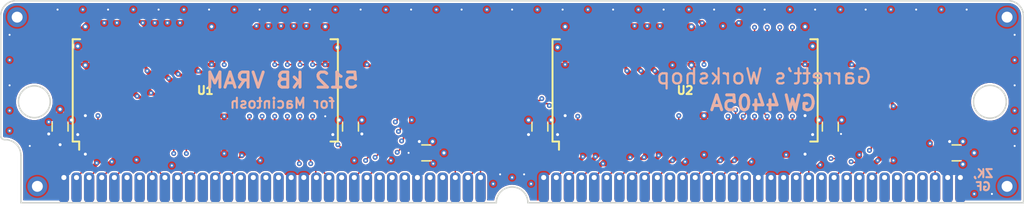
<source format=kicad_pcb>
(kicad_pcb (version 20171130) (host pcbnew "(5.1.10-1-10_14)")
  (title_block (title GW4405A) (date 2021-05-30) (rev 1.0) (company "Garrett's Workshop"))
  (layers (0 F.Cu signal) (1 In1.Cu power) (2 In2.Cu signal) (31 B.Cu power) (34 B.Paste user) (35 F.Paste user) (36 B.SilkS user) (37 F.SilkS user) (38 B.Mask user) (39 F.Mask user) (44 Edge.Cuts user))
  (net 0 "")
  (net 1 +5V)
  (net 2 /D0)
  (net 3 /D1)
  (net 4 /D2)
  (net 5 /D3)
  (net 6 GND)
  (net 7 /D4)
  (net 8 /D5)
  (net 9 /D6)
  (net 10 /D7)
  (net 11 /A0)
  (net 12 /A1)
  (net 13 /A2)
  (net 14 /A3)
  (net 15 /A4)
  (net 16 /A5)
  (net 17 /A6)
  (net 18 /A7)
  (net 19 /D8)
  (net 20 /D9)
  (net 21 /D10)
  (net 22 /D11)
  (net 23 /D12)
  (net 24 /D13)
  (net 25 /D14)
  (net 26 /D15)
  (net 27 /A8)
  (net 28 "Net-(J1-Pad63)")
  (net 29 /S14)
  (net 30 /S15)
  (net 31 /S13)
  (net 32 /S12)
  (net 33 "Net-(J1-Pad51)")
  (net 34 /U~SE~)
  (net 35 /U~WE~)
  (net 36 /S10)
  (net 37 /S11)
  (net 38 /U~OE~)
  (net 39 /S9)
  (net 40 /S8)
  (net 41 /SC)
  (net 42 /L~CAS~)
  (net 43 /S6)
  (net 44 /S7)
  (net 45 /S5)
  (net 46 /S4)
  (net 47 /L~SE~)
  (net 48 /~RAS~)
  (net 49 /L~WE~)
  (net 50 /S2)
  (net 51 /S3)
  (net 52 /L~OE~)
  (net 53 /S1)
  (net 54 /S0)
  (net 55 /DSF)
  (net 56 "Net-(U1-Pad26)")
  (net 57 "Net-(U2-Pad26)")
  (net 58 /U~CAS~)
  (net 59 /L~OE~2)
  (net 60 /L~WE~2)
  (net 61 /U~OE~2)
  (net 62 /U~WE~2)
  (module stdpads:MacVRAMSIMM_Edge (layer F.Cu) (at 120.65 127.635)
    (fp_text reference J1 hide)
    (fp_text value VRAM)
    (pad 68 thru_hole roundrect (at 45.085 -2.54) (size 1.0414 3.048) (drill 0.508 (offset 0 1.016)) (layers *.Cu *.Mask) (roundrect_rratio 0.4) (net 1 +5V))
    (pad 67 thru_hole roundrect (at 43.815 -2.54) (size 1.0414 3.048) (drill 0.508 (offset 0 1.016)) (layers *.Cu *.Mask) (roundrect_rratio 0.4) (net 1 +5V))
    (pad 66 thru_hole roundrect (at 42.545 -2.54) (size 1.0414 3.048) (drill 0.508 (offset 0 1.016)) (layers *.Cu *.Mask) (roundrect_rratio 0.4) (net 58 /U~CAS~))
    (pad 65 thru_hole roundrect (at 41.275 -2.54) (size 1.0414 3.048) (drill 0.508 (offset 0 1.016)) (layers *.Cu *.Mask) (roundrect_rratio 0.4) (net 25 /D14))
    (pad 64 thru_hole roundrect (at 40.005 -2.54) (size 1.0414 3.048) (drill 0.508 (offset 0 1.016)) (layers *.Cu *.Mask) (roundrect_rratio 0.4) (net 26 /D15))
    (pad 63 thru_hole roundrect (at 38.735 -2.54) (size 1.0414 3.048) (drill 0.508 (offset 0 1.016)) (layers *.Cu *.Mask) (roundrect_rratio 0.4) (net 28 "Net-(J1-Pad63)"))
    (pad 62 thru_hole roundrect (at 37.465 -2.54) (size 1.0414 3.048) (drill 0.508 (offset 0 1.016)) (layers *.Cu *.Mask) (roundrect_rratio 0.4) (net 62 /U~WE~2))
    (pad 61 thru_hole roundrect (at 36.195 -2.54) (size 1.0414 3.048) (drill 0.508 (offset 0 1.016)) (layers *.Cu *.Mask) (roundrect_rratio 0.4) (net 29 /S14))
    (pad 60 thru_hole roundrect (at 34.925 -2.54) (size 1.0414 3.048) (drill 0.508 (offset 0 1.016)) (layers *.Cu *.Mask) (roundrect_rratio 0.4) (net 30 /S15))
    (pad 59 thru_hole roundrect (at 33.655 -2.54) (size 1.0414 3.048) (drill 0.508 (offset 0 1.016)) (layers *.Cu *.Mask) (roundrect_rratio 0.4) (net 24 /D13))
    (pad 58 thru_hole roundrect (at 32.385 -2.54) (size 1.0414 3.048) (drill 0.508 (offset 0 1.016)) (layers *.Cu *.Mask) (roundrect_rratio 0.4) (net 23 /D12))
    (pad 57 thru_hole roundrect (at 31.115 -2.54) (size 1.0414 3.048) (drill 0.508 (offset 0 1.016)) (layers *.Cu *.Mask) (roundrect_rratio 0.4) (net 61 /U~OE~2))
    (pad 56 thru_hole roundrect (at 29.845 -2.54) (size 1.0414 3.048) (drill 0.508 (offset 0 1.016)) (layers *.Cu *.Mask) (roundrect_rratio 0.4) (net 31 /S13))
    (pad 55 thru_hole roundrect (at 28.575 -2.54) (size 1.0414 3.048) (drill 0.508 (offset 0 1.016)) (layers *.Cu *.Mask) (roundrect_rratio 0.4) (net 32 /S12))
    (pad 54 thru_hole roundrect (at 27.305 -2.54) (size 1.0414 3.048) (drill 0.508 (offset 0 1.016)) (layers *.Cu *.Mask) (roundrect_rratio 0.4) (net 6 GND))
    (pad 53 thru_hole roundrect (at 26.035 -2.54) (size 1.0414 3.048) (drill 0.508 (offset 0 1.016)) (layers *.Cu *.Mask) (roundrect_rratio 0.4) (net 6 GND))
    (pad 52 thru_hole roundrect (at 24.765 -2.54) (size 1.0414 3.048) (drill 0.508 (offset 0 1.016)) (layers *.Cu *.Mask) (roundrect_rratio 0.4) (net 1 +5V))
    (pad 51 thru_hole roundrect (at 23.495 -2.54) (size 1.0414 3.048) (drill 0.508 (offset 0 1.016)) (layers *.Cu *.Mask) (roundrect_rratio 0.4) (net 33 "Net-(J1-Pad51)"))
    (pad 50 thru_hole roundrect (at 22.225 -2.54) (size 1.0414 3.048) (drill 0.508 (offset 0 1.016)) (layers *.Cu *.Mask) (roundrect_rratio 0.4) (net 27 /A8))
    (pad 49 thru_hole roundrect (at 20.955 -2.54) (size 1.0414 3.048) (drill 0.508 (offset 0 1.016)) (layers *.Cu *.Mask) (roundrect_rratio 0.4) (net 18 /A7))
    (pad 48 thru_hole roundrect (at 19.685 -2.54) (size 1.0414 3.048) (drill 0.508 (offset 0 1.016)) (layers *.Cu *.Mask) (roundrect_rratio 0.4) (net 17 /A6))
    (pad 47 thru_hole roundrect (at 18.415 -2.54) (size 1.0414 3.048) (drill 0.508 (offset 0 1.016)) (layers *.Cu *.Mask) (roundrect_rratio 0.4) (net 21 /D10))
    (pad 46 thru_hole roundrect (at 17.145 -2.54) (size 1.0414 3.048) (drill 0.508 (offset 0 1.016)) (layers *.Cu *.Mask) (roundrect_rratio 0.4) (net 22 /D11))
    (pad 45 thru_hole roundrect (at 15.875 -2.54) (size 1.0414 3.048) (drill 0.508 (offset 0 1.016)) (layers *.Cu *.Mask) (roundrect_rratio 0.4) (net 34 /U~SE~))
    (pad 44 thru_hole roundrect (at 14.605 -2.54) (size 1.0414 3.048) (drill 0.508 (offset 0 1.016)) (layers *.Cu *.Mask) (roundrect_rratio 0.4) (net 35 /U~WE~))
    (pad 43 thru_hole roundrect (at 13.335 -2.54) (size 1.0414 3.048) (drill 0.508 (offset 0 1.016)) (layers *.Cu *.Mask) (roundrect_rratio 0.4) (net 36 /S10))
    (pad 42 thru_hole roundrect (at 12.065 -2.54) (size 1.0414 3.048) (drill 0.508 (offset 0 1.016)) (layers *.Cu *.Mask) (roundrect_rratio 0.4) (net 37 /S11))
    (pad 41 thru_hole roundrect (at 10.795 -2.54) (size 1.0414 3.048) (drill 0.508 (offset 0 1.016)) (layers *.Cu *.Mask) (roundrect_rratio 0.4) (net 20 /D9))
    (pad 40 thru_hole roundrect (at 9.525 -2.54) (size 1.0414 3.048) (drill 0.508 (offset 0 1.016)) (layers *.Cu *.Mask) (roundrect_rratio 0.4) (net 19 /D8))
    (pad 39 thru_hole roundrect (at 8.255 -2.54) (size 1.0414 3.048) (drill 0.508 (offset 0 1.016)) (layers *.Cu *.Mask) (roundrect_rratio 0.4) (net 38 /U~OE~))
    (pad 38 thru_hole roundrect (at 6.985 -2.54) (size 1.0414 3.048) (drill 0.508 (offset 0 1.016)) (layers *.Cu *.Mask) (roundrect_rratio 0.4) (net 39 /S9))
    (pad 37 thru_hole roundrect (at 5.715 -2.54) (size 1.0414 3.048) (drill 0.508 (offset 0 1.016)) (layers *.Cu *.Mask) (roundrect_rratio 0.4) (net 40 /S8))
    (pad 36 thru_hole roundrect (at 4.445 -2.54) (size 1.0414 3.048) (drill 0.508 (offset 0 1.016)) (layers *.Cu *.Mask) (roundrect_rratio 0.4) (net 41 /SC))
    (pad 35 thru_hole roundrect (at 3.175 -2.54) (size 1.0414 3.048) (drill 0.508 (offset 0 1.016)) (layers *.Cu *.Mask) (roundrect_rratio 0.4) (net 6 GND))
    (pad 34 thru_hole roundrect (at -3.175 -2.54) (size 1.0414 3.048) (drill 0.508 (offset 0 1.016)) (layers *.Cu *.Mask) (roundrect_rratio 0.4) (net 16 /A5))
    (pad 33 thru_hole roundrect (at -4.445 -2.54) (size 1.0414 3.048) (drill 0.508 (offset 0 1.016)) (layers *.Cu *.Mask) (roundrect_rratio 0.4) (net 15 /A4))
    (pad 32 thru_hole roundrect (at -5.715 -2.54) (size 1.0414 3.048) (drill 0.508 (offset 0 1.016)) (layers *.Cu *.Mask) (roundrect_rratio 0.4) (net 42 /L~CAS~))
    (pad 31 thru_hole roundrect (at -6.985 -2.54) (size 1.0414 3.048) (drill 0.508 (offset 0 1.016)) (layers *.Cu *.Mask) (roundrect_rratio 0.4) (net 9 /D6))
    (pad 30 thru_hole roundrect (at -8.255 -2.54) (size 1.0414 3.048) (drill 0.508 (offset 0 1.016)) (layers *.Cu *.Mask) (roundrect_rratio 0.4) (net 10 /D7))
    (pad 29 thru_hole roundrect (at -9.525 -2.54) (size 1.0414 3.048) (drill 0.508 (offset 0 1.016)) (layers *.Cu *.Mask) (roundrect_rratio 0.4) (net 1 +5V))
    (pad 28 thru_hole roundrect (at -10.795 -2.54) (size 1.0414 3.048) (drill 0.508 (offset 0 1.016)) (layers *.Cu *.Mask) (roundrect_rratio 0.4) (net 60 /L~WE~2))
    (pad 27 thru_hole roundrect (at -12.065 -2.54) (size 1.0414 3.048) (drill 0.508 (offset 0 1.016)) (layers *.Cu *.Mask) (roundrect_rratio 0.4) (net 43 /S6))
    (pad 26 thru_hole roundrect (at -13.335 -2.54) (size 1.0414 3.048) (drill 0.508 (offset 0 1.016)) (layers *.Cu *.Mask) (roundrect_rratio 0.4) (net 44 /S7))
    (pad 25 thru_hole roundrect (at -14.605 -2.54) (size 1.0414 3.048) (drill 0.508 (offset 0 1.016)) (layers *.Cu *.Mask) (roundrect_rratio 0.4) (net 8 /D5))
    (pad 24 thru_hole roundrect (at -15.875 -2.54) (size 1.0414 3.048) (drill 0.508 (offset 0 1.016)) (layers *.Cu *.Mask) (roundrect_rratio 0.4) (net 7 /D4))
    (pad 23 thru_hole roundrect (at -17.145 -2.54) (size 1.0414 3.048) (drill 0.508 (offset 0 1.016)) (layers *.Cu *.Mask) (roundrect_rratio 0.4) (net 59 /L~OE~2))
    (pad 22 thru_hole roundrect (at -18.415 -2.54) (size 1.0414 3.048) (drill 0.508 (offset 0 1.016)) (layers *.Cu *.Mask) (roundrect_rratio 0.4) (net 45 /S5))
    (pad 21 thru_hole roundrect (at -19.685 -2.54) (size 1.0414 3.048) (drill 0.508 (offset 0 1.016)) (layers *.Cu *.Mask) (roundrect_rratio 0.4) (net 46 /S4))
    (pad 20 thru_hole roundrect (at -20.955 -2.54) (size 1.0414 3.048) (drill 0.508 (offset 0 1.016)) (layers *.Cu *.Mask) (roundrect_rratio 0.4) (net 6 GND))
    (pad 19 thru_hole roundrect (at -22.225 -2.54) (size 1.0414 3.048) (drill 0.508 (offset 0 1.016)) (layers *.Cu *.Mask) (roundrect_rratio 0.4) (net 6 GND))
    (pad 18 thru_hole roundrect (at -23.495 -2.54) (size 1.0414 3.048) (drill 0.508 (offset 0 1.016)) (layers *.Cu *.Mask) (roundrect_rratio 0.4) (net 14 /A3))
    (pad 17 thru_hole roundrect (at -24.765 -2.54) (size 1.0414 3.048) (drill 0.508 (offset 0 1.016)) (layers *.Cu *.Mask) (roundrect_rratio 0.4) (net 13 /A2))
    (pad 16 thru_hole roundrect (at -26.035 -2.54) (size 1.0414 3.048) (drill 0.508 (offset 0 1.016)) (layers *.Cu *.Mask) (roundrect_rratio 0.4) (net 12 /A1))
    (pad 15 thru_hole roundrect (at -27.305 -2.54) (size 1.0414 3.048) (drill 0.508 (offset 0 1.016)) (layers *.Cu *.Mask) (roundrect_rratio 0.4) (net 11 /A0))
    (pad 14 thru_hole roundrect (at -28.575 -2.54) (size 1.0414 3.048) (drill 0.508 (offset 0 1.016)) (layers *.Cu *.Mask) (roundrect_rratio 0.4) (net 4 /D2))
    (pad 13 thru_hole roundrect (at -29.845 -2.54) (size 1.0414 3.048) (drill 0.508 (offset 0 1.016)) (layers *.Cu *.Mask) (roundrect_rratio 0.4) (net 5 /D3))
    (pad 12 thru_hole roundrect (at -31.115 -2.54) (size 1.0414 3.048) (drill 0.508 (offset 0 1.016)) (layers *.Cu *.Mask) (roundrect_rratio 0.4) (net 47 /L~SE~))
    (pad 11 thru_hole roundrect (at -32.385 -2.54) (size 1.0414 3.048) (drill 0.508 (offset 0 1.016)) (layers *.Cu *.Mask) (roundrect_rratio 0.4) (net 48 /~RAS~))
    (pad 10 thru_hole roundrect (at -33.655 -2.54) (size 1.0414 3.048) (drill 0.508 (offset 0 1.016)) (layers *.Cu *.Mask) (roundrect_rratio 0.4) (net 49 /L~WE~))
    (pad 9 thru_hole roundrect (at -34.925 -2.54) (size 1.0414 3.048) (drill 0.508 (offset 0 1.016)) (layers *.Cu *.Mask) (roundrect_rratio 0.4) (net 50 /S2))
    (pad 8 thru_hole roundrect (at -36.195 -2.54) (size 1.0414 3.048) (drill 0.508 (offset 0 1.016)) (layers *.Cu *.Mask) (roundrect_rratio 0.4) (net 51 /S3))
    (pad 7 thru_hole roundrect (at -37.465 -2.54) (size 1.0414 3.048) (drill 0.508 (offset 0 1.016)) (layers *.Cu *.Mask) (roundrect_rratio 0.4) (net 3 /D1))
    (pad 6 thru_hole roundrect (at -38.735 -2.54) (size 1.0414 3.048) (drill 0.508 (offset 0 1.016)) (layers *.Cu *.Mask) (roundrect_rratio 0.4) (net 2 /D0))
    (pad 5 thru_hole roundrect (at -40.005 -2.54) (size 1.0414 3.048) (drill 0.508 (offset 0 1.016)) (layers *.Cu *.Mask) (roundrect_rratio 0.4) (net 52 /L~OE~))
    (pad 4 thru_hole roundrect (at -41.275 -2.54) (size 1.0414 3.048) (drill 0.508 (offset 0 1.016)) (layers *.Cu *.Mask) (roundrect_rratio 0.4) (net 53 /S1))
    (pad 3 thru_hole roundrect (at -42.545 -2.54) (size 1.0414 3.048) (drill 0.508 (offset 0 1.016)) (layers *.Cu *.Mask) (roundrect_rratio 0.4) (net 54 /S0))
    (pad 2 thru_hole roundrect (at -43.815 -2.54) (size 1.0414 3.048) (drill 0.508 (offset 0 1.016)) (layers *.Cu *.Mask) (roundrect_rratio 0.4) (net 55 /DSF))
    (pad 1 thru_hole roundrect (at -45.085 -2.54) (size 1.0414 3.048) (drill 0.508 (offset 0 1.016)) (layers *.Cu *.Mask) (roundrect_rratio 0.4) (net 1 +5V))
  )
  (module stdpads:C_0805 (layer F.Cu) (at 165.315 122.6185)
    (fp_text reference C6)
    (fp_text value 2u2)
    (pad 1 smd roundrect (at -0.85 0) (size 1.05 1.4) (layers F.Cu F.Paste F.Mask) (net 1 +5V))
    (pad 2 smd roundrect (at 0.85 0) (size 1.05 1.4) (layers F.Cu F.Paste F.Mask) (net 6 GND))
  )
  (module stdpads:C_0805 (layer F.Cu) (at 111.975 122.6185)
    (fp_text reference C5)
    (fp_text value 2u2)
    (pad 2 smd roundrect (at 0.85 0) (size 1.05 1.4) (layers F.Cu F.Paste F.Mask) (net 6 GND))
    (pad 1 smd roundrect (at -0.85 0) (size 1.05 1.4) (layers F.Cu F.Paste F.Mask) (net 1 +5V))
  )
  (module stdpads:C_0805 (layer F.Cu) (at 75.184 120.015 90)
    (fp_text reference C1)
    (fp_text value 2u2)
    (pad 1 smd roundrect (at -0.85 0 90) (size 1.05 1.4) (layers F.Cu F.Paste F.Mask) (net 1 +5V))
    (pad 2 smd roundrect (at 0.85 0 90) (size 1.05 1.4) (layers F.Cu F.Paste F.Mask) (net 6 GND))
  )
  (module stdpads:C_0805 (layer F.Cu) (at 152.654 120.015 90)
    (fp_text reference C4)
    (fp_text value 2u2)
    (pad 2 smd roundrect (at 0.85 0 90) (size 1.05 1.4) (layers F.Cu F.Paste F.Mask) (net 6 GND))
    (pad 1 smd roundrect (at -0.85 0 90) (size 1.05 1.4) (layers F.Cu F.Paste F.Mask) (net 1 +5V))
  )
  (module stdpads:C_0805 (layer F.Cu) (at 123.444 120.015 90)
    (fp_text reference C3)
    (fp_text value 2u2)
    (pad 2 smd roundrect (at 0.85 0 90) (size 1.05 1.4) (layers F.Cu F.Paste F.Mask) (net 6 GND))
    (pad 1 smd roundrect (at -0.85 0 90) (size 1.05 1.4) (layers F.Cu F.Paste F.Mask) (net 1 +5V))
  )
  (module stdpads:Fiducial (layer F.Cu) (at 72.898 123.444)
    (fp_text reference FID2 hide)
    (fp_text value Fiducial hide)
    (pad ~ smd circle (at 0 0) (size 1 1) (layers F.Cu F.Mask) (clearance 0.575))
  )
  (module stdpads:Fiducial (layer F.Cu) (at 170.434 123.444)
    (fp_text reference FID3 hide)
    (fp_text value Fiducial hide)
    (pad ~ smd circle (at 0 0) (size 1 1) (layers F.Cu F.Mask) (clearance 0.575))
  )
  (module stdpads:Fiducial (layer F.Cu) (at 167.894 108.966)
    (fp_text reference FID4 hide)
    (fp_text value Fiducial hide)
    (pad ~ smd circle (at 0 0) (size 1 1) (layers F.Cu F.Mask) (clearance 0.575))
  )
  (module stdpads:Fiducial (layer F.Cu) (at 73.406 108.966)
    (fp_text reference FID1 hide)
    (fp_text value Fiducial hide)
    (pad ~ smd circle (at 0 0) (size 1 1) (layers F.Cu F.Mask) (clearance 0.575))
  )
  (module stdpads:PasteHole_1.1mm_PTH (layer F.Cu) (at 72.898 125.984)
    (fp_text reference H2)
    (fp_text value " " hide)
    (pad 1 thru_hole circle (at 0 0) (size 2 2) (drill 1.1) (layers *.Cu *.Mask) (net 6 GND))
  )
  (module stdpads:PasteHole_1.1mm_PTH (layer F.Cu) (at 170.434 125.984)
    (fp_text reference H3)
    (fp_text value " " hide)
    (pad 1 thru_hole circle (at 0 0) (size 2 2) (drill 1.1) (layers *.Cu *.Mask) (net 6 GND))
  )
  (module stdpads:PasteHole_1.1mm_PTH (layer F.Cu) (at 70.866 108.966)
    (fp_text reference H1)
    (fp_text value " " hide)
    (pad 1 thru_hole circle (at 0 0) (size 2 2) (drill 1.1) (layers *.Cu *.Mask) (net 6 GND))
  )
  (module stdpads:PasteHole_1.1mm_PTH (layer F.Cu) (at 170.434 108.966)
    (fp_text reference H4)
    (fp_text value " " hide)
    (pad 1 thru_hole circle (at 0 0) (size 2 2) (drill 1.1) (layers *.Cu *.Mask) (net 6 GND))
  )
  (module stdpads:C_0805 (layer F.Cu) (at 104.394 120.015 90)
    (fp_text reference C2)
    (fp_text value 2u2)
    (pad 1 smd roundrect (at -0.85 0 90) (size 1.05 1.4) (layers F.Cu F.Paste F.Mask) (net 1 +5V))
    (pad 2 smd roundrect (at 0.85 0 90) (size 1.05 1.4) (layers F.Cu F.Paste F.Mask) (net 6 GND))
  )
  (module stdpads:SOJ-40_400mil (layer F.Cu) (at 89.789 116.332 90)
    (fp_text reference U1)
    (fp_text value 42C8255)
    (fp_text user %R (at 0 0) (layer F.SilkS) (effects (font (size 0.8128 0.8128) (thickness 0.2032))))
    (pad 39 smd roundrect (at 4.445 -10.795 90) (size 3.048 0.6) (layers F.Cu F.Paste F.Mask) (net 44 /S7))
    (pad 40 smd roundrect (at 4.445 -12.065 90) (size 3.048 0.6) (layers F.Cu F.Paste F.Mask) (net 6 GND))
    (pad 38 smd roundrect (at 4.445 -9.525 90) (size 3.048 0.6) (layers F.Cu F.Paste F.Mask) (net 43 /S6))
    (pad 37 smd roundrect (at 4.445 -8.255 90) (size 3.048 0.6) (layers F.Cu F.Paste F.Mask) (net 45 /S5))
    (pad 34 smd roundrect (at 4.445 -4.445 90) (size 3.048 0.6) (layers F.Cu F.Paste F.Mask) (net 10 /D7))
    (pad 33 smd roundrect (at 4.445 -3.175 90) (size 3.048 0.6) (layers F.Cu F.Paste F.Mask) (net 9 /D6))
    (pad 32 smd roundrect (at 4.445 -1.905 90) (size 3.048 0.6) (layers F.Cu F.Paste F.Mask) (net 8 /D5))
    (pad 31 smd roundrect (at 4.445 -0.635 90) (size 3.048 0.6) (layers F.Cu F.Paste F.Mask) (net 7 /D4))
    (pad 30 smd roundrect (at 4.445 0.635 90) (size 3.048 0.6) (layers F.Cu F.Paste F.Mask) (net 6 GND))
    (pad 29 smd roundrect (at 4.445 1.905 90) (size 3.048 0.6) (layers F.Cu F.Paste F.Mask) (net 55 /DSF))
    (pad 35 smd roundrect (at 4.445 -5.715 90) (size 3.048 0.6) (layers F.Cu F.Paste F.Mask) (net 47 /L~SE~))
    (pad 36 smd roundrect (at 4.445 -6.985 90) (size 3.048 0.6) (layers F.Cu F.Paste F.Mask) (net 46 /S4))
    (pad 20 smd roundrect (at -4.445 12.065 90) (size 3.048 0.6) (layers F.Cu F.Paste F.Mask) (net 1 +5V))
    (pad 19 smd roundrect (at -4.445 10.795 90) (size 3.048 0.6) (layers F.Cu F.Paste F.Mask) (net 15 /A4))
    (pad 18 smd roundrect (at -4.445 9.525 90) (size 3.048 0.6) (layers F.Cu F.Paste F.Mask) (net 16 /A5))
    (pad 17 smd roundrect (at -4.445 8.255 90) (size 3.048 0.6) (layers F.Cu F.Paste F.Mask) (net 17 /A6))
    (pad 16 smd roundrect (at -4.445 6.985 90) (size 3.048 0.6) (layers F.Cu F.Paste F.Mask) (net 18 /A7))
    (pad 15 smd roundrect (at -4.445 5.715 90) (size 3.048 0.6) (layers F.Cu F.Paste F.Mask) (net 27 /A8))
    (pad 7 smd roundrect (at -4.445 -4.445 90) (size 3.048 0.6) (layers F.Cu F.Paste F.Mask) (net 52 /L~OE~))
    (pad 26 smd roundrect (at 4.445 5.715 90) (size 3.048 0.6) (layers F.Cu F.Paste F.Mask) (net 56 "Net-(U1-Pad26)"))
    (pad 25 smd roundrect (at 4.445 6.985 90) (size 3.048 0.6) (layers F.Cu F.Paste F.Mask) (net 11 /A0))
    (pad 24 smd roundrect (at 4.445 8.255 90) (size 3.048 0.6) (layers F.Cu F.Paste F.Mask) (net 12 /A1))
    (pad 23 smd roundrect (at 4.445 9.525 90) (size 3.048 0.6) (layers F.Cu F.Paste F.Mask) (net 13 /A2))
    (pad 22 smd roundrect (at 4.445 10.795 90) (size 3.048 0.6) (layers F.Cu F.Paste F.Mask) (net 14 /A3))
    (pad 13 smd roundrect (at -4.445 3.175 90) (size 3.048 0.6) (layers F.Cu F.Paste F.Mask) (net 49 /L~WE~))
    (pad 12 smd roundrect (at -4.445 1.905 90) (size 3.048 0.6) (layers F.Cu F.Paste F.Mask) (net 6 GND))
    (pad 11 smd roundrect (at -4.445 0.635 90) (size 3.048 0.6) (layers F.Cu F.Paste F.Mask) (net 5 /D3))
    (pad 10 smd roundrect (at -4.445 -0.635 90) (size 3.048 0.6) (layers F.Cu F.Paste F.Mask) (net 4 /D2))
    (pad 9 smd roundrect (at -4.445 -1.905 90) (size 3.048 0.6) (layers F.Cu F.Paste F.Mask) (net 3 /D1))
    (pad 5 smd roundrect (at -4.445 -6.985 90) (size 3.048 0.6) (layers F.Cu F.Paste F.Mask) (net 50 /S2))
    (pad 4 smd roundrect (at -4.445 -8.255 90) (size 3.048 0.6) (layers F.Cu F.Paste F.Mask) (net 53 /S1))
    (pad 3 smd roundrect (at -4.445 -9.525 90) (size 3.048 0.6) (layers F.Cu F.Paste F.Mask) (net 54 /S0))
    (pad 2 smd roundrect (at -4.445 -10.795 90) (size 3.048 0.6) (layers F.Cu F.Paste F.Mask) (net 41 /SC))
    (pad 1 smd roundrect (at -4.445 -12.065 90) (size 3.048 0.6) (layers F.Cu F.Paste F.Mask) (net 1 +5V))
    (pad 21 smd roundrect (at 4.445 12.065 90) (size 3.048 0.6) (layers F.Cu F.Paste F.Mask) (net 6 GND))
    (pad 6 smd roundrect (at -4.445 -5.715 90) (size 3.048 0.6) (layers F.Cu F.Paste F.Mask) (net 51 /S3))
    (pad 8 smd roundrect (at -4.445 -3.175 90) (size 3.048 0.6) (layers F.Cu F.Paste F.Mask) (net 2 /D0))
    (pad 14 smd roundrect (at -4.445 4.445 90) (size 3.048 0.6) (layers F.Cu F.Paste F.Mask) (net 48 /~RAS~))
    (pad 27 smd roundrect (at 4.445 4.445 90) (size 3.048 0.6) (layers F.Cu F.Paste F.Mask) (net 42 /L~CAS~))
    (pad 28 smd roundrect (at 4.445 3.175 90) (size 3.048 0.6) (layers F.Cu F.Paste F.Mask))
  )
  (module stdpads:SOJ-40_400mil (layer F.Cu) (at 138.049 116.332 90)
    (fp_text reference U2)
    (fp_text value 42C8255)
    (fp_text user %R (at 0 0) (layer F.SilkS) (effects (font (size 0.8128 0.8128) (thickness 0.2032))))
    (pad 28 smd roundrect (at 4.445 3.175 90) (size 3.048 0.6) (layers F.Cu F.Paste F.Mask))
    (pad 27 smd roundrect (at 4.445 4.445 90) (size 3.048 0.6) (layers F.Cu F.Paste F.Mask) (net 58 /U~CAS~))
    (pad 14 smd roundrect (at -4.445 4.445 90) (size 3.048 0.6) (layers F.Cu F.Paste F.Mask) (net 48 /~RAS~))
    (pad 8 smd roundrect (at -4.445 -3.175 90) (size 3.048 0.6) (layers F.Cu F.Paste F.Mask) (net 19 /D8))
    (pad 6 smd roundrect (at -4.445 -5.715 90) (size 3.048 0.6) (layers F.Cu F.Paste F.Mask) (net 37 /S11))
    (pad 21 smd roundrect (at 4.445 12.065 90) (size 3.048 0.6) (layers F.Cu F.Paste F.Mask) (net 6 GND))
    (pad 1 smd roundrect (at -4.445 -12.065 90) (size 3.048 0.6) (layers F.Cu F.Paste F.Mask) (net 1 +5V))
    (pad 2 smd roundrect (at -4.445 -10.795 90) (size 3.048 0.6) (layers F.Cu F.Paste F.Mask) (net 41 /SC))
    (pad 3 smd roundrect (at -4.445 -9.525 90) (size 3.048 0.6) (layers F.Cu F.Paste F.Mask) (net 40 /S8))
    (pad 4 smd roundrect (at -4.445 -8.255 90) (size 3.048 0.6) (layers F.Cu F.Paste F.Mask) (net 39 /S9))
    (pad 5 smd roundrect (at -4.445 -6.985 90) (size 3.048 0.6) (layers F.Cu F.Paste F.Mask) (net 36 /S10))
    (pad 9 smd roundrect (at -4.445 -1.905 90) (size 3.048 0.6) (layers F.Cu F.Paste F.Mask) (net 20 /D9))
    (pad 10 smd roundrect (at -4.445 -0.635 90) (size 3.048 0.6) (layers F.Cu F.Paste F.Mask) (net 21 /D10))
    (pad 11 smd roundrect (at -4.445 0.635 90) (size 3.048 0.6) (layers F.Cu F.Paste F.Mask) (net 22 /D11))
    (pad 12 smd roundrect (at -4.445 1.905 90) (size 3.048 0.6) (layers F.Cu F.Paste F.Mask) (net 6 GND))
    (pad 13 smd roundrect (at -4.445 3.175 90) (size 3.048 0.6) (layers F.Cu F.Paste F.Mask) (net 35 /U~WE~))
    (pad 22 smd roundrect (at 4.445 10.795 90) (size 3.048 0.6) (layers F.Cu F.Paste F.Mask) (net 14 /A3))
    (pad 23 smd roundrect (at 4.445 9.525 90) (size 3.048 0.6) (layers F.Cu F.Paste F.Mask) (net 13 /A2))
    (pad 24 smd roundrect (at 4.445 8.255 90) (size 3.048 0.6) (layers F.Cu F.Paste F.Mask) (net 12 /A1))
    (pad 25 smd roundrect (at 4.445 6.985 90) (size 3.048 0.6) (layers F.Cu F.Paste F.Mask) (net 11 /A0))
    (pad 26 smd roundrect (at 4.445 5.715 90) (size 3.048 0.6) (layers F.Cu F.Paste F.Mask) (net 57 "Net-(U2-Pad26)"))
    (pad 7 smd roundrect (at -4.445 -4.445 90) (size 3.048 0.6) (layers F.Cu F.Paste F.Mask) (net 38 /U~OE~))
    (pad 15 smd roundrect (at -4.445 5.715 90) (size 3.048 0.6) (layers F.Cu F.Paste F.Mask) (net 27 /A8))
    (pad 16 smd roundrect (at -4.445 6.985 90) (size 3.048 0.6) (layers F.Cu F.Paste F.Mask) (net 18 /A7))
    (pad 17 smd roundrect (at -4.445 8.255 90) (size 3.048 0.6) (layers F.Cu F.Paste F.Mask) (net 17 /A6))
    (pad 18 smd roundrect (at -4.445 9.525 90) (size 3.048 0.6) (layers F.Cu F.Paste F.Mask) (net 16 /A5))
    (pad 19 smd roundrect (at -4.445 10.795 90) (size 3.048 0.6) (layers F.Cu F.Paste F.Mask) (net 15 /A4))
    (pad 20 smd roundrect (at -4.445 12.065 90) (size 3.048 0.6) (layers F.Cu F.Paste F.Mask) (net 1 +5V))
    (pad 36 smd roundrect (at 4.445 -6.985 90) (size 3.048 0.6) (layers F.Cu F.Paste F.Mask) (net 32 /S12))
    (pad 35 smd roundrect (at 4.445 -5.715 90) (size 3.048 0.6) (layers F.Cu F.Paste F.Mask) (net 34 /U~SE~))
    (pad 29 smd roundrect (at 4.445 1.905 90) (size 3.048 0.6) (layers F.Cu F.Paste F.Mask) (net 55 /DSF))
    (pad 30 smd roundrect (at 4.445 0.635 90) (size 3.048 0.6) (layers F.Cu F.Paste F.Mask) (net 6 GND))
    (pad 31 smd roundrect (at 4.445 -0.635 90) (size 3.048 0.6) (layers F.Cu F.Paste F.Mask) (net 23 /D12))
    (pad 32 smd roundrect (at 4.445 -1.905 90) (size 3.048 0.6) (layers F.Cu F.Paste F.Mask) (net 24 /D13))
    (pad 33 smd roundrect (at 4.445 -3.175 90) (size 3.048 0.6) (layers F.Cu F.Paste F.Mask) (net 25 /D14))
    (pad 34 smd roundrect (at 4.445 -4.445 90) (size 3.048 0.6) (layers F.Cu F.Paste F.Mask) (net 26 /D15))
    (pad 37 smd roundrect (at 4.445 -8.255 90) (size 3.048 0.6) (layers F.Cu F.Paste F.Mask) (net 31 /S13))
    (pad 38 smd roundrect (at 4.445 -9.525 90) (size 3.048 0.6) (layers F.Cu F.Paste F.Mask) (net 29 /S14))
    (pad 40 smd roundrect (at 4.445 -12.065 90) (size 3.048 0.6) (layers F.Cu F.Paste F.Mask) (net 6 GND))
    (pad 39 smd roundrect (at 4.445 -10.795 90) (size 3.048 0.6) (layers F.Cu F.Paste F.Mask) (net 30 /S15))
  )
  (gr_text "ZK,\nGF" (at 168.021 125.349) (layer B.SilkS) (effects (font (size 0.8128 0.8128) (thickness 0.2032)) (justify mirror)))
  (gr_text 4405A (at 147.785786 117.602) (layer B.SilkS) (effects (font (size 1.5 1.5) (thickness 0.3)) (justify left mirror)))
  (gr_text "512 kB VRAM" (at 97.536 115.316) (layer B.SilkS) (effects (font (size 1.524 1.524) (thickness 0.3)) (justify mirror)))
  (gr_text "for Macintosh" (at 97.536 117.6274) (layer B.SilkS) (effects (font (size 1.016 1.016) (thickness 0.2032)) (justify mirror)))
  (gr_text GW (at 147.806214 117.602) (layer B.SilkS) (effects (font (size 1.5 1.5) (thickness 0.3)) (justify right mirror)))
  (gr_text "Garrett’s Workshop" (at 145.9865 114.935) (layer B.SilkS) (effects (font (size 1.524 1.524) (thickness 0.225)) (justify mirror)))
  (gr_line (start 69.596 121.285) (end 69.6595 121.285) (layer Edge.Cuts) (width 0.15))
  (gr_arc (start 69.596 120.904) (end 69.215 120.904) (angle -90) (layer Edge.Cuts) (width 0.15))
  (gr_circle (center 168.7068 117.475) (end 170.3578 117.475) (layer Edge.Cuts) (width 0.15))
  (gr_circle (center 72.5932 117.475) (end 74.1932 117.475) (layer Edge.Cuts) (width 0.15))
  (gr_arc (start 70.739 108.839) (end 70.739 107.315) (angle -90) (layer Edge.Cuts) (width 0.15))
  (gr_arc (start 170.561 108.839) (end 172.085 108.839) (angle -90) (layer Edge.Cuts) (width 0.15))
  (gr_line (start 71.247 122.8725) (end 71.247 127.635) (layer Edge.Cuts) (width 0.15))
  (gr_line (start 71.247 127.635) (end 119.0625 127.635) (layer Edge.Cuts) (width 0.15))
  (gr_line (start 122.2375 127.635) (end 172.085 127.635) (layer Edge.Cuts) (width 0.15))
  (gr_line (start 172.085 127.635) (end 172.085 108.839) (layer Edge.Cuts) (width 0.15))
  (gr_line (start 69.215 120.904) (end 69.215 108.839) (layer Edge.Cuts) (width 0.15))
  (gr_arc (start 69.6595 122.8725) (end 71.247 122.8725) (angle -90) (layer Edge.Cuts) (width 0.15))
  (gr_arc (start 120.65 127.635) (end 122.2375 127.635) (angle -180) (layer Edge.Cuts) (width 0.15))
  (gr_line (start 70.739 107.315) (end 170.561 107.315) (layer Edge.Cuts) (width 0.15))
  (via (at 102.616 120.777) (size 0.6) (drill 0.3) (layers F.Cu B.Cu) (net 1))
  (via (at 76.962 120.777) (size 0.6) (drill 0.3) (layers F.Cu B.Cu) (net 1))
  (via (at 77.724 118.872) (size 0.6) (drill 0.3) (layers F.Cu B.Cu) (net 1))
  (segment (start 77.724 120.802) (end 77.724 118.872) (width 0.6) (layer F.Cu) (net 1))
  (via (at 77.724 122.7455) (size 0.6) (drill 0.3) (layers F.Cu B.Cu) (net 1))
  (segment (start 77.724 120.802) (end 77.724 122.7455) (width 0.6) (layer F.Cu) (net 1))
  (via (at 74.041 120.7135) (size 0.6) (drill 0.3) (layers F.Cu B.Cu) (net 1))
  (segment (start 74.1925 120.865) (end 74.041 120.7135) (width 0.6) (layer F.Cu) (net 1))
  (segment (start 75.184 120.865) (end 74.1925 120.865) (width 0.6) (layer F.Cu) (net 1))
  (via (at 75.184 121.793) (size 0.6) (drill 0.3) (layers F.Cu B.Cu) (net 1))
  (segment (start 75.184 120.865) (end 75.184 121.793) (width 0.6) (layer F.Cu) (net 1))
  (via (at 105.537 120.7135) (size 0.6) (drill 0.3) (layers F.Cu B.Cu) (net 1))
  (segment (start 105.3855 120.865) (end 105.537 120.7135) (width 0.6) (layer F.Cu) (net 1))
  (segment (start 104.394 120.865) (end 105.3855 120.865) (width 0.6) (layer F.Cu) (net 1))
  (via (at 125.984 118.872) (size 0.6) (drill 0.3) (layers F.Cu B.Cu) (net 1))
  (segment (start 125.984 120.802) (end 125.984 118.872) (width 0.6) (layer F.Cu) (net 1))
  (segment (start 150.114 120.802) (end 150.114 118.872) (width 0.6) (layer F.Cu) (net 1))
  (via (at 150.114 118.872) (size 0.6) (drill 0.3) (layers F.Cu B.Cu) (net 1))
  (via (at 150.876 120.777) (size 0.6) (drill 0.3) (layers F.Cu B.Cu) (net 1))
  (via (at 125.222 120.777) (size 0.6) (drill 0.3) (layers F.Cu B.Cu) (net 1))
  (segment (start 125.959 120.777) (end 125.984 120.802) (width 0.6) (layer F.Cu) (net 1))
  (segment (start 125.222 120.777) (end 125.959 120.777) (width 0.6) (layer F.Cu) (net 1))
  (segment (start 150.139 120.777) (end 150.114 120.802) (width 0.6) (layer F.Cu) (net 1))
  (segment (start 150.876 120.777) (end 150.139 120.777) (width 0.6) (layer F.Cu) (net 1))
  (segment (start 101.879 120.777) (end 101.854 120.802) (width 0.6) (layer F.Cu) (net 1))
  (segment (start 102.616 120.777) (end 101.879 120.777) (width 0.6) (layer F.Cu) (net 1))
  (segment (start 77.699 120.777) (end 77.724 120.802) (width 0.6) (layer F.Cu) (net 1))
  (segment (start 76.962 120.777) (end 77.699 120.777) (width 0.6) (layer F.Cu) (net 1))
  (segment (start 152.566 120.777) (end 152.654 120.865) (width 0.6) (layer F.Cu) (net 1))
  (segment (start 150.876 120.777) (end 152.566 120.777) (width 0.6) (layer F.Cu) (net 1))
  (segment (start 123.532 120.777) (end 123.444 120.865) (width 0.6) (layer F.Cu) (net 1))
  (segment (start 125.222 120.777) (end 123.532 120.777) (width 0.6) (layer F.Cu) (net 1))
  (segment (start 75.272 120.777) (end 76.962 120.777) (width 0.6) (layer F.Cu) (net 1))
  (segment (start 75.184 120.865) (end 75.272 120.777) (width 0.6) (layer F.Cu) (net 1))
  (via (at 101.854 118.9355) (size 0.5) (drill 0.2) (layers F.Cu B.Cu) (net 1))
  (segment (start 101.854 120.802) (end 101.854 118.9355) (width 0.5) (layer F.Cu) (net 1))
  (via (at 153.7335 120.7135) (size 0.5) (drill 0.2) (layers F.Cu B.Cu) (net 1))
  (segment (start 153.582 120.865) (end 153.7335 120.7135) (width 0.5) (layer F.Cu) (net 1))
  (segment (start 152.654 120.865) (end 153.582 120.865) (width 0.5) (layer F.Cu) (net 1))
  (via (at 115.57 108.204) (size 0.5) (drill 0.2) (layers F.Cu B.Cu) (net 1))
  (via (at 100.33 108.204) (size 0.5) (drill 0.2) (layers F.Cu B.Cu) (net 1))
  (via (at 80.01 108.204) (size 0.5) (drill 0.2) (layers F.Cu B.Cu) (net 1))
  (via (at 125.73 108.204) (size 0.5) (drill 0.2) (layers F.Cu B.Cu) (net 1))
  (via (at 135.89 108.204) (size 0.5) (drill 0.2) (layers F.Cu B.Cu) (net 1))
  (via (at 161.29 108.204) (size 0.5) (drill 0.2) (layers F.Cu B.Cu) (net 1))
  (via (at 140.97 108.204) (size 0.5) (drill 0.2) (layers F.Cu B.Cu) (net 1))
  (via (at 95.25 108.204) (size 0.5) (drill 0.2) (layers F.Cu B.Cu) (net 1))
  (via (at 130.81 108.204) (size 0.5) (drill 0.2) (layers F.Cu B.Cu) (net 1))
  (via (at 151.13 108.204) (size 0.5) (drill 0.2) (layers F.Cu B.Cu) (net 1))
  (via (at 105.41 108.204) (size 0.5) (drill 0.2) (layers F.Cu B.Cu) (net 1))
  (via (at 120.65 108.204) (size 0.5) (drill 0.2) (layers F.Cu B.Cu) (net 1))
  (via (at 156.21 108.204) (size 0.5) (drill 0.2) (layers F.Cu B.Cu) (net 1))
  (via (at 166.37 108.204) (size 0.5) (drill 0.2) (layers F.Cu B.Cu) (net 1))
  (via (at 90.17 108.204) (size 0.5) (drill 0.2) (layers F.Cu B.Cu) (net 1))
  (via (at 146.05 108.204) (size 0.5) (drill 0.2) (layers F.Cu B.Cu) (net 1))
  (via (at 85.09 108.204) (size 0.5) (drill 0.2) (layers F.Cu B.Cu) (net 1))
  (via (at 110.49 108.204) (size 0.5) (drill 0.2) (layers F.Cu B.Cu) (net 1))
  (via (at 74.93 108.204) (size 0.5) (drill 0.2) (layers F.Cu B.Cu) (net 1))
  (via (at 171.196 110.744) (size 0.5) (drill 0.2) (layers F.Cu B.Cu) (net 1))
  (via (at 171.196 115.824) (size 0.5) (drill 0.2) (layers F.Cu B.Cu) (net 1))
  (via (at 70.104 115.824) (size 0.5) (drill 0.2) (layers F.Cu B.Cu) (net 1))
  (via (at 70.104 110.744) (size 0.5) (drill 0.2) (layers F.Cu B.Cu) (net 1))
  (via (at 171.196 121.92) (size 0.5) (drill 0.2) (layers F.Cu B.Cu) (net 1))
  (via (at 72.136 121.92) (size 0.5) (drill 0.2) (layers F.Cu B.Cu) (net 1))
  (via (at 168.91 126.746) (size 0.5) (drill 0.2) (layers F.Cu B.Cu) (net 1))
  (segment (start 77.724 122.7455) (end 77.724 123.444) (width 0.6) (layer F.Cu) (net 1))
  (segment (start 77.724 123.444) (end 77.1525 124.0155) (width 0.6) (layer F.Cu) (net 1))
  (segment (start 77.1525 124.0155) (end 76.3905 124.0155) (width 0.6) (layer F.Cu) (net 1))
  (segment (start 75.565 124.841) (end 75.565 125.095) (width 0.6) (layer F.Cu) (net 1))
  (segment (start 76.3905 124.0155) (end 75.565 124.841) (width 0.6) (layer F.Cu) (net 1))
  (segment (start 111.125 125.095) (end 111.125 124.3965) (width 1) (layer B.Cu) (net 1))
  (segment (start 145.415 125.095) (end 145.415 124.3965) (width 1) (layer B.Cu) (net 1))
  (segment (start 164.465 125.095) (end 164.465 124.3965) (width 1) (layer B.Cu) (net 1))
  (segment (start 75.565 125.095) (end 75.565 124.3965) (width 1) (layer B.Cu) (net 1))
  (segment (start 102.6795 120.7135) (end 102.616 120.777) (width 0.6) (layer F.Cu) (net 1))
  (segment (start 104.2425 120.7135) (end 102.6795 120.7135) (width 0.6) (layer F.Cu) (net 1))
  (segment (start 104.394 120.865) (end 104.2425 120.7135) (width 0.6) (layer F.Cu) (net 1))
  (via (at 119.4435 124.7775) (size 0.5) (drill 0.2) (layers F.Cu B.Cu) (net 1))
  (via (at 121.8565 124.7775) (size 0.5) (drill 0.2) (layers F.Cu B.Cu) (net 1))
  (via (at 150.114 122.7455) (size 0.6) (drill 0.3) (layers F.Cu B.Cu) (net 1))
  (segment (start 150.114 120.802) (end 150.114 122.7455) (width 0.6) (layer F.Cu) (net 1))
  (segment (start 149.2885 123.571) (end 150.114 122.7455) (width 0.6) (layer F.Cu) (net 1))
  (segment (start 146.6215 123.571) (end 149.2885 123.571) (width 0.6) (layer F.Cu) (net 1))
  (segment (start 145.415 124.7775) (end 146.6215 123.571) (width 0.6) (layer F.Cu) (net 1))
  (segment (start 145.415 125.095) (end 145.415 124.7775) (width 0.6) (layer F.Cu) (net 1))
  (via (at 122.301 120.777) (size 0.6) (drill 0.3) (layers F.Cu B.Cu) (net 1))
  (segment (start 122.389 120.865) (end 122.301 120.777) (width 0.6) (layer F.Cu) (net 1))
  (segment (start 123.444 120.865) (end 122.389 120.865) (width 0.6) (layer F.Cu) (net 1))
  (via (at 111.3155 121.4755) (size 0.6) (drill 0.3) (layers F.Cu B.Cu) (net 1))
  (segment (start 111.125 121.666) (end 111.3155 121.4755) (width 0.6) (layer F.Cu) (net 1))
  (segment (start 111.125 122.6185) (end 111.125 121.666) (width 0.6) (layer F.Cu) (net 1))
  (via (at 164.6555 121.4755) (size 0.6) (drill 0.3) (layers F.Cu B.Cu) (net 1))
  (segment (start 164.465 121.666) (end 164.6555 121.4755) (width 0.6) (layer F.Cu) (net 1))
  (segment (start 164.465 122.6185) (end 164.465 121.666) (width 0.6) (layer F.Cu) (net 1))
  (segment (start 111.125 125.095) (end 111.125 122.6185) (width 0.8) (layer F.Cu) (net 1))
  (segment (start 164.465 125.095) (end 164.465 122.6185) (width 0.8) (layer F.Cu) (net 1))
  (via (at 110.236 122.6185) (size 0.5) (drill 0.2) (layers F.Cu B.Cu) (net 1))
  (segment (start 111.125 122.6185) (end 110.236 122.6185) (width 0.5) (layer F.Cu) (net 1))
  (via (at 86.614 122.682) (size 0.5) (drill 0.2) (layers F.Cu B.Cu) (net 2))
  (segment (start 86.614 120.802) (end 86.614 122.682) (width 0.15) (layer F.Cu) (net 2))
  (segment (start 87.884 120.802) (end 87.884 122.682) (width 0.15) (layer F.Cu) (net 3))
  (via (at 87.884 122.682) (size 0.5) (drill 0.2) (layers F.Cu B.Cu) (net 3))
  (segment (start 93.1545 124.0155) (end 92.075 125.095) (width 0.15) (layer F.Cu) (net 4))
  (segment (start 93.94825 124.0155) (end 93.1545 124.0155) (width 0.15) (layer F.Cu) (net 4))
  (segment (start 95.28175 122.682) (end 93.94825 124.0155) (width 0.15) (layer F.Cu) (net 4))
  (segment (start 95.885 122.682) (end 95.28175 122.682) (width 0.15) (layer F.Cu) (net 4))
  (segment (start 96.139 122.428) (end 95.885 122.682) (width 0.15) (layer F.Cu) (net 4))
  (segment (start 96.139 118.872) (end 96.139 122.428) (width 0.15) (layer F.Cu) (net 4))
  (segment (start 95.6945 118.4275) (end 96.139 118.872) (width 0.15) (layer F.Cu) (net 4))
  (segment (start 94.869 118.4275) (end 95.6945 118.4275) (width 0.15) (layer F.Cu) (net 4))
  (segment (start 94.5515 118.11) (end 94.869 118.4275) (width 0.15) (layer F.Cu) (net 4))
  (segment (start 90.19 118.11) (end 94.5515 118.11) (width 0.15) (layer F.Cu) (net 4))
  (segment (start 89.154 120.802) (end 89.154 119.146) (width 0.15) (layer F.Cu) (net 4))
  (segment (start 89.154 119.146) (end 90.19 118.11) (width 0.15) (layer F.Cu) (net 4))
  (segment (start 90.424 119.126) (end 90.424 120.802) (width 0.15) (layer F.Cu) (net 5))
  (segment (start 91.1225 118.4275) (end 90.424 119.126) (width 0.15) (layer F.Cu) (net 5))
  (segment (start 94.4245 118.4275) (end 91.1225 118.4275) (width 0.15) (layer F.Cu) (net 5))
  (segment (start 94.869 118.872) (end 94.4245 118.4275) (width 0.15) (layer F.Cu) (net 5))
  (segment (start 94.869 122.6185) (end 94.869 118.872) (width 0.15) (layer F.Cu) (net 5))
  (segment (start 93.7895 123.698) (end 94.869 122.6185) (width 0.15) (layer F.Cu) (net 5))
  (segment (start 93.0275 123.698) (end 93.7895 123.698) (width 0.15) (layer F.Cu) (net 5))
  (segment (start 92.5195 124.206) (end 93.0275 123.698) (width 0.15) (layer F.Cu) (net 5))
  (segment (start 91.694 124.206) (end 92.5195 124.206) (width 0.15) (layer F.Cu) (net 5))
  (segment (start 90.805 125.095) (end 91.694 124.206) (width 0.15) (layer F.Cu) (net 5))
  (via (at 120.65 125.095) (size 0.508) (drill 0.2) (layers F.Cu B.Cu) (net 6))
  (via (at 118.745 125.73) (size 0.508) (drill 0.2) (layers F.Cu B.Cu) (net 6))
  (via (at 122.555 125.73) (size 0.508) (drill 0.2) (layers F.Cu B.Cu) (net 6))
  (via (at 77.724 109.9185) (size 0.6) (drill 0.3) (layers F.Cu B.Cu) (net 6))
  (segment (start 77.724 111.862) (end 77.724 109.9185) (width 0.6) (layer F.Cu) (net 6))
  (via (at 77.724 113.792) (size 0.6) (drill 0.3) (layers F.Cu B.Cu) (net 6))
  (segment (start 77.724 111.862) (end 77.724 113.792) (width 0.6) (layer F.Cu) (net 6))
  (via (at 101.854 109.9185) (size 0.6) (drill 0.3) (layers F.Cu B.Cu) (net 6))
  (segment (start 101.854 111.862) (end 101.854 109.9185) (width 0.6) (layer F.Cu) (net 6))
  (segment (start 76.987 111.862) (end 76.962 111.887) (width 0.6) (layer F.Cu) (net 6))
  (via (at 76.962 111.887) (size 0.6) (drill 0.3) (layers F.Cu B.Cu) (net 6))
  (segment (start 77.724 111.862) (end 76.987 111.862) (width 0.6) (layer F.Cu) (net 6))
  (via (at 90.424 109.9185) (size 0.6) (drill 0.3) (layers F.Cu B.Cu) (net 6))
  (segment (start 90.424 111.862) (end 90.424 109.9185) (width 0.6) (layer F.Cu) (net 6))
  (via (at 76.327 119.3165) (size 0.6) (drill 0.3) (layers F.Cu B.Cu) (net 6))
  (segment (start 76.1755 119.165) (end 76.327 119.3165) (width 0.6) (layer F.Cu) (net 6))
  (segment (start 75.184 119.165) (end 76.1755 119.165) (width 0.6) (layer F.Cu) (net 6))
  (via (at 75.184 118.237) (size 0.6) (drill 0.3) (layers F.Cu B.Cu) (net 6))
  (segment (start 75.184 119.165) (end 75.184 118.237) (width 0.6) (layer F.Cu) (net 6))
  (via (at 105.537 119.3165) (size 0.6) (drill 0.3) (layers F.Cu B.Cu) (net 6))
  (segment (start 105.3855 119.165) (end 105.537 119.3165) (width 0.6) (layer F.Cu) (net 6))
  (segment (start 104.394 119.165) (end 105.3855 119.165) (width 0.6) (layer F.Cu) (net 6))
  (via (at 103.251 119.3165) (size 0.6) (drill 0.3) (layers F.Cu B.Cu) (net 6))
  (segment (start 103.4025 119.165) (end 103.251 119.3165) (width 0.6) (layer F.Cu) (net 6))
  (segment (start 104.394 119.165) (end 103.4025 119.165) (width 0.6) (layer F.Cu) (net 6))
  (via (at 150.876 111.887) (size 0.6) (drill 0.3) (layers F.Cu B.Cu) (net 6))
  (segment (start 150.851 111.862) (end 150.876 111.887) (width 0.6) (layer F.Cu) (net 6))
  (segment (start 150.114 111.862) (end 150.851 111.862) (width 0.6) (layer F.Cu) (net 6))
  (via (at 139.954 118.872) (size 0.6) (drill 0.3) (layers F.Cu B.Cu) (net 6))
  (segment (start 139.954 120.802) (end 139.954 118.872) (width 0.6) (layer F.Cu) (net 6))
  (via (at 150.114 109.9185) (size 0.6) (drill 0.3) (layers F.Cu B.Cu) (net 6))
  (segment (start 150.114 111.862) (end 150.114 109.9185) (width 0.6) (layer F.Cu) (net 6))
  (segment (start 125.984 111.862) (end 125.984 109.9185) (width 0.6) (layer F.Cu) (net 6))
  (via (at 125.984 109.9185) (size 0.6) (drill 0.3) (layers F.Cu B.Cu) (net 6))
  (via (at 138.684 109.9185) (size 0.6) (drill 0.3) (layers F.Cu B.Cu) (net 6))
  (segment (start 138.684 111.862) (end 138.684 109.9185) (width 0.6) (layer F.Cu) (net 6))
  (segment (start 138.684 111.862) (end 138.684 113.792) (width 0.6) (layer F.Cu) (net 6))
  (via (at 138.684 113.792) (size 0.6) (drill 0.3) (layers F.Cu B.Cu) (net 6))
  (segment (start 124.4355 119.165) (end 124.587 119.3165) (width 0.6) (layer F.Cu) (net 6))
  (segment (start 123.444 119.165) (end 124.4355 119.165) (width 0.6) (layer F.Cu) (net 6))
  (via (at 124.587 119.3165) (size 0.6) (drill 0.3) (layers F.Cu B.Cu) (net 6))
  (segment (start 152.654 119.165) (end 153.6455 119.165) (width 0.6) (layer F.Cu) (net 6))
  (segment (start 152.654 119.165) (end 151.6625 119.165) (width 0.6) (layer F.Cu) (net 6))
  (segment (start 153.6455 119.165) (end 153.797 119.3165) (width 0.6) (layer F.Cu) (net 6))
  (via (at 151.511 119.3165) (size 0.6) (drill 0.3) (layers F.Cu B.Cu) (net 6))
  (via (at 153.797 119.3165) (size 0.6) (drill 0.3) (layers F.Cu B.Cu) (net 6))
  (segment (start 151.6625 119.165) (end 151.511 119.3165) (width 0.6) (layer F.Cu) (net 6))
  (via (at 91.694 122.682) (size 0.5) (drill 0.2) (layers F.Cu B.Cu) (net 6))
  (segment (start 91.694 120.802) (end 91.694 122.682) (width 0.5) (layer F.Cu) (net 6))
  (via (at 91.694 118.9355) (size 0.5) (drill 0.2) (layers F.Cu B.Cu) (net 6))
  (segment (start 91.694 120.802) (end 91.694 118.9355) (width 0.5) (layer F.Cu) (net 6))
  (via (at 101.854 113.7412) (size 0.5) (drill 0.2) (layers F.Cu B.Cu) (net 6))
  (segment (start 101.854 111.862) (end 101.854 113.7412) (width 0.5) (layer F.Cu) (net 6))
  (via (at 150.114 113.7285) (size 0.5) (drill 0.2) (layers F.Cu B.Cu) (net 6))
  (segment (start 150.114 111.862) (end 150.114 113.7285) (width 0.5) (layer F.Cu) (net 6))
  (via (at 125.984 113.7285) (size 0.5) (drill 0.2) (layers F.Cu B.Cu) (net 6))
  (segment (start 125.984 111.862) (end 125.984 113.7285) (width 0.5) (layer F.Cu) (net 6))
  (via (at 139.954 122.809) (size 0.5) (drill 0.2) (layers F.Cu B.Cu) (net 6))
  (segment (start 139.954 120.802) (end 139.954 122.809) (width 0.5) (layer F.Cu) (net 6))
  (via (at 139.954 118.872) (size 0.6) (drill 0.3) (layers F.Cu B.Cu) (net 6))
  (via (at 134.239 109.855) (size 0.5) (drill 0.2) (layers F.Cu B.Cu) (net 6))
  (via (at 132.969 109.855) (size 0.5) (drill 0.2) (layers F.Cu B.Cu) (net 6))
  (via (at 135.509 109.855) (size 0.5) (drill 0.2) (layers F.Cu B.Cu) (net 6))
  (via (at 90.424 113.7285) (size 0.5) (drill 0.2) (layers F.Cu B.Cu) (net 6))
  (segment (start 90.424 111.862) (end 90.424 113.7285) (width 0.5) (layer F.Cu) (net 6))
  (segment (start 122.4525 119.165) (end 122.301 119.3165) (width 0.6) (layer F.Cu) (net 6))
  (segment (start 123.444 119.165) (end 122.4525 119.165) (width 0.6) (layer F.Cu) (net 6))
  (via (at 122.301 119.3165) (size 0.6) (drill 0.3) (layers F.Cu B.Cu) (net 6))
  (via (at 83.947 114.3635) (size 0.5) (drill 0.2) (layers F.Cu B.Cu) (net 6))
  (via (at 151.638 123.825) (size 0.5) (drill 0.2) (layers F.Cu B.Cu) (net 6))
  (via (at 136.779 123.3805) (size 0.5) (drill 0.2) (layers F.Cu B.Cu) (net 6))
  (via (at 141.605 123.3805) (size 0.5) (drill 0.2) (layers F.Cu B.Cu) (net 6))
  (via (at 143.002 123.3805) (size 0.5) (drill 0.2) (layers F.Cu B.Cu) (net 6))
  (via (at 144.7165 123.5075) (size 0.5) (drill 0.2) (layers F.Cu B.Cu) (net 6))
  (via (at 127.762 122.9995) (size 0.5) (drill 0.2) (layers F.Cu B.Cu) (net 6))
  (via (at 129.032 122.9995) (size 0.5) (drill 0.2) (layers F.Cu B.Cu) (net 6))
  (via (at 129.794 123.698) (size 0.5) (drill 0.2) (layers F.Cu B.Cu) (net 6))
  (via (at 132.5245 123.063) (size 0.5) (drill 0.2) (layers F.Cu B.Cu) (net 6))
  (via (at 135.382 122.8725) (size 0.5) (drill 0.2) (layers F.Cu B.Cu) (net 6))
  (via (at 133.9215 123.063) (size 0.5) (drill 0.2) (layers F.Cu B.Cu) (net 6))
  (via (at 138.049 123.5075) (size 0.5) (drill 0.2) (layers F.Cu B.Cu) (net 6))
  (via (at 136.779 113.792) (size 0.5) (drill 0.2) (layers F.Cu B.Cu) (net 6))
  (via (at 95.3135 123.3805) (size 0.5) (drill 0.2) (layers F.Cu B.Cu) (net 6))
  (via (at 82.8675 123.317) (size 0.5) (drill 0.2) (layers F.Cu B.Cu) (net 6))
  (via (at 78.867 123.6345) (size 0.5) (drill 0.2) (layers F.Cu B.Cu) (net 6))
  (via (at 80.391 123.5075) (size 0.5) (drill 0.2) (layers F.Cu B.Cu) (net 6))
  (via (at 86.4235 123.8885) (size 0.5) (drill 0.2) (layers F.Cu B.Cu) (net 6))
  (via (at 84.328 116.586) (size 0.5) (drill 0.2) (layers F.Cu B.Cu) (net 6))
  (via (at 82.931 116.9035) (size 0.5) (drill 0.2) (layers F.Cu B.Cu) (net 6))
  (via (at 93.472 122.8725) (size 0.5) (drill 0.2) (layers F.Cu B.Cu) (net 6))
  (via (at 77.47 108.204) (size 0.5) (drill 0.2) (layers F.Cu B.Cu) (net 6))
  (via (at 123.19 108.204) (size 0.5) (drill 0.2) (layers F.Cu B.Cu) (net 6))
  (via (at 118.11 108.204) (size 0.5) (drill 0.2) (layers F.Cu B.Cu) (net 6))
  (via (at 113.03 108.204) (size 0.5) (drill 0.2) (layers F.Cu B.Cu) (net 6))
  (via (at 107.95 108.204) (size 0.5) (drill 0.2) (layers F.Cu B.Cu) (net 6))
  (via (at 102.87 108.204) (size 0.5) (drill 0.2) (layers F.Cu B.Cu) (net 6))
  (via (at 97.79 108.204) (size 0.5) (drill 0.2) (layers F.Cu B.Cu) (net 6))
  (via (at 92.71 108.204) (size 0.5) (drill 0.2) (layers F.Cu B.Cu) (net 6))
  (via (at 87.63 108.204) (size 0.5) (drill 0.2) (layers F.Cu B.Cu) (net 6))
  (via (at 82.55 108.204) (size 0.5) (drill 0.2) (layers F.Cu B.Cu) (net 6))
  (via (at 163.83 108.204) (size 0.5) (drill 0.2) (layers F.Cu B.Cu) (net 6))
  (via (at 148.59 108.204) (size 0.5) (drill 0.2) (layers F.Cu B.Cu) (net 6))
  (via (at 128.27 108.204) (size 0.5) (drill 0.2) (layers F.Cu B.Cu) (net 6))
  (via (at 143.51 108.204) (size 0.5) (drill 0.2) (layers F.Cu B.Cu) (net 6))
  (via (at 153.67 108.204) (size 0.5) (drill 0.2) (layers F.Cu B.Cu) (net 6))
  (via (at 138.43 108.204) (size 0.5) (drill 0.2) (layers F.Cu B.Cu) (net 6))
  (via (at 133.35 108.204) (size 0.5) (drill 0.2) (layers F.Cu B.Cu) (net 6))
  (via (at 158.75 108.204) (size 0.5) (drill 0.2) (layers F.Cu B.Cu) (net 6))
  (via (at 171.196 113.284) (size 0.5) (drill 0.2) (layers F.Cu B.Cu) (net 6))
  (via (at 70.104 113.284) (size 0.5) (drill 0.2) (layers F.Cu B.Cu) (net 6))
  (via (at 70.104 118.364) (size 0.5) (drill 0.2) (layers F.Cu B.Cu) (net 6))
  (via (at 70.104 120.396) (size 0.5) (drill 0.2) (layers F.Cu B.Cu) (net 6))
  (via (at 171.196 120.396) (size 0.5) (drill 0.2) (layers F.Cu B.Cu) (net 6))
  (via (at 171.196 118.364) (size 0.5) (drill 0.2) (layers F.Cu B.Cu) (net 6))
  (via (at 167.132 126.746) (size 0.5) (drill 0.2) (layers F.Cu B.Cu) (net 6))
  (segment (start 99.695 125.095) (end 99.695 124.7775) (width 1) (layer F.Cu) (net 6))
  (segment (start 98.425 125.095) (end 98.425 124.7775) (width 1) (layer F.Cu) (net 6))
  (segment (start 147.955 125.095) (end 147.955 124.7775) (width 1) (layer F.Cu) (net 6))
  (via (at 89.0905 114.3635) (size 0.5) (drill 0.2) (layers F.Cu B.Cu) (net 6))
  (via (at 79.629 109.5375) (size 0.5) (drill 0.2) (layers F.Cu B.Cu) (net 6))
  (via (at 83.5025 109.5375) (size 0.5) (drill 0.2) (layers F.Cu B.Cu) (net 6))
  (via (at 87.0585 114.681) (size 0.5) (drill 0.2) (layers F.Cu B.Cu) (net 6))
  (via (at 86.106 115.1255) (size 0.5) (drill 0.2) (layers F.Cu B.Cu) (net 6))
  (via (at 74.041 119.507) (size 0.5) (drill 0.2) (layers F.Cu B.Cu) (net 6))
  (segment (start 75.184 119.165) (end 74.3195 119.165) (width 0.5) (layer F.Cu) (net 6))
  (segment (start 123.825 125.095) (end 123.825 124.46) (width 1) (layer F.Cu) (net 6))
  (via (at 96.139 109.855) (size 0.5) (drill 0.2) (layers F.Cu B.Cu) (net 6))
  (via (at 97.409 109.855) (size 0.5) (drill 0.2) (layers F.Cu B.Cu) (net 6))
  (via (at 98.679 109.855) (size 0.5) (drill 0.2) (layers F.Cu B.Cu) (net 6))
  (via (at 99.949 109.855) (size 0.5) (drill 0.2) (layers F.Cu B.Cu) (net 6))
  (via (at 94.9325 109.855) (size 0.5) (drill 0.2) (layers F.Cu B.Cu) (net 6))
  (via (at 84.709 109.5375) (size 0.5) (drill 0.2) (layers F.Cu B.Cu) (net 6))
  (via (at 85.979 109.5375) (size 0.5) (drill 0.2) (layers F.Cu B.Cu) (net 6))
  (via (at 87.249 109.5375) (size 0.5) (drill 0.2) (layers F.Cu B.Cu) (net 6))
  (via (at 80.899 109.5375) (size 0.5) (drill 0.2) (layers F.Cu B.Cu) (net 6))
  (via (at 143.4465 109.5375) (size 0.5) (drill 0.2) (layers F.Cu B.Cu) (net 6))
  (via (at 141.859 109.855) (size 0.5) (drill 0.2) (layers F.Cu B.Cu) (net 6))
  (via (at 132.207 114.3635) (size 0.5) (drill 0.2) (layers F.Cu B.Cu) (net 6))
  (via (at 148.209 122.809) (size 0.5) (drill 0.2) (layers F.Cu B.Cu) (net 6))
  (via (at 135.001 114.3635) (size 0.5) (drill 0.2) (layers F.Cu B.Cu) (net 6))
  (via (at 155.575 122.809) (size 0.5) (drill 0.2) (layers F.Cu B.Cu) (net 6))
  (via (at 157.4165 123.3805) (size 0.5) (drill 0.2) (layers F.Cu B.Cu) (net 6))
  (via (at 104.775 123.3805) (size 0.5) (drill 0.2) (layers F.Cu B.Cu) (net 6))
  (via (at 133.604 114.3635) (size 0.5) (drill 0.2) (layers F.Cu B.Cu) (net 6))
  (via (at 112.649 121.4755) (size 0.6) (drill 0.3) (layers F.Cu B.Cu) (net 6))
  (segment (start 112.825 121.6515) (end 112.649 121.4755) (width 0.6) (layer F.Cu) (net 6))
  (segment (start 112.825 122.6185) (end 112.825 121.6515) (width 0.6) (layer F.Cu) (net 6))
  (via (at 113.792 122.6185) (size 0.6) (drill 0.3) (layers F.Cu B.Cu) (net 6))
  (segment (start 112.825 122.6185) (end 113.792 122.6185) (width 0.6) (layer F.Cu) (net 6))
  (via (at 165.989 121.4755) (size 0.6) (drill 0.3) (layers F.Cu B.Cu) (net 6))
  (segment (start 166.165 121.6515) (end 165.989 121.4755) (width 0.6) (layer F.Cu) (net 6))
  (segment (start 166.165 122.6185) (end 166.165 121.6515) (width 0.6) (layer F.Cu) (net 6))
  (via (at 167.132 122.6185) (size 0.6) (drill 0.3) (layers F.Cu B.Cu) (net 6))
  (segment (start 166.165 122.6185) (end 167.132 122.6185) (width 0.6) (layer F.Cu) (net 6))
  (via (at 139.7635 109.5375) (size 0.5) (drill 0.2) (layers F.Cu B.Cu) (net 6))
  (via (at 106.045 113.7285) (size 0.5) (drill 0.2) (layers F.Cu B.Cu) (net 6))
  (via (at 110.5535 119.3165) (size 0.5) (drill 0.2) (layers F.Cu B.Cu) (net 6))
  (via (at 159.004 117.9195) (size 0.5) (drill 0.2) (layers F.Cu B.Cu) (net 6))
  (via (at 154.813 113.7285) (size 0.5) (drill 0.2) (layers F.Cu B.Cu) (net 6))
  (via (at 162.687 121.666) (size 0.5) (drill 0.2) (layers F.Cu B.Cu) (net 6))
  (via (at 159.004 123.3805) (size 0.5) (drill 0.2) (layers F.Cu B.Cu) (net 6))
  (via (at 108.458 123.3805) (size 0.5) (drill 0.2) (layers F.Cu B.Cu) (net 6))
  (via (at 165.989 123.7615) (size 0.6) (drill 0.3) (layers F.Cu B.Cu) (net 6))
  (segment (start 166.165 123.5855) (end 165.989 123.7615) (width 0.6) (layer F.Cu) (net 6))
  (segment (start 166.165 122.6185) (end 166.165 123.5855) (width 0.6) (layer F.Cu) (net 6))
  (via (at 112.7125 123.698) (size 0.5) (drill 0.2) (layers F.Cu B.Cu) (net 6))
  (segment (start 112.825 123.5855) (end 112.7125 123.698) (width 0.5) (layer F.Cu) (net 6))
  (segment (start 112.825 122.6185) (end 112.825 123.5855) (width 0.5) (layer F.Cu) (net 6))
  (via (at 103.0605 112.014) (size 0.6) (drill 0.3) (layers F.Cu B.Cu) (net 6))
  (segment (start 102.006 112.014) (end 103.0605 112.014) (width 0.6) (layer F.Cu) (net 6))
  (segment (start 101.854 111.862) (end 102.006 112.014) (width 0.6) (layer F.Cu) (net 6))
  (via (at 125.222 112.014) (size 0.6) (drill 0.3) (layers F.Cu B.Cu) (net 6))
  (segment (start 125.832 112.014) (end 125.222 112.014) (width 0.6) (layer F.Cu) (net 6))
  (segment (start 125.984 111.862) (end 125.832 112.014) (width 0.6) (layer F.Cu) (net 6))
  (segment (start 105.664 124.206) (end 104.775 125.095) (width 0.15) (layer F.Cu) (net 7))
  (segment (start 106.426 124.206) (end 105.664 124.206) (width 0.15) (layer F.Cu) (net 7))
  (segment (start 107.7595 122.8725) (end 106.426 124.206) (width 0.15) (layer F.Cu) (net 7))
  (segment (start 107.7595 118.4275) (end 107.7595 122.8725) (width 0.15) (layer F.Cu) (net 7))
  (segment (start 105.6005 116.2685) (end 107.7595 118.4275) (width 0.15) (layer F.Cu) (net 7))
  (segment (start 100.9015 116.2685) (end 105.6005 116.2685) (width 0.15) (layer F.Cu) (net 7))
  (segment (start 100.5205 115.8875) (end 100.9015 116.2685) (width 0.15) (layer F.Cu) (net 7))
  (segment (start 99.7585 115.8875) (end 100.5205 115.8875) (width 0.15) (layer F.Cu) (net 7))
  (segment (start 99.441 115.57) (end 99.7585 115.8875) (width 0.15) (layer F.Cu) (net 7))
  (segment (start 98.6155 115.57) (end 99.441 115.57) (width 0.15) (layer F.Cu) (net 7))
  (segment (start 98.298 115.2525) (end 98.6155 115.57) (width 0.15) (layer F.Cu) (net 7))
  (segment (start 97.4725 115.2525) (end 98.298 115.2525) (width 0.15) (layer F.Cu) (net 7))
  (segment (start 97.155 114.935) (end 97.4725 115.2525) (width 0.15) (layer F.Cu) (net 7))
  (segment (start 96.393 114.935) (end 97.155 114.935) (width 0.15) (layer F.Cu) (net 7))
  (segment (start 96.012 114.554) (end 96.393 114.935) (width 0.15) (layer F.Cu) (net 7))
  (segment (start 89.9795 114.554) (end 96.012 114.554) (width 0.15) (layer F.Cu) (net 7))
  (segment (start 89.154 113.7285) (end 89.9795 114.554) (width 0.15) (layer F.Cu) (net 7))
  (segment (start 89.154 111.862) (end 89.154 113.7285) (width 0.15) (layer F.Cu) (net 7))
  (segment (start 108.077 123.063) (end 106.045 125.095) (width 0.15) (layer F.Cu) (net 8))
  (segment (start 108.077 118.3005) (end 108.077 123.063) (width 0.15) (layer F.Cu) (net 8))
  (segment (start 101.0285 115.951) (end 105.7275 115.951) (width 0.15) (layer F.Cu) (net 8))
  (segment (start 99.8855 115.57) (end 100.6475 115.57) (width 0.15) (layer F.Cu) (net 8))
  (segment (start 105.7275 115.951) (end 108.077 118.3005) (width 0.15) (layer F.Cu) (net 8))
  (segment (start 99.568 115.2525) (end 99.8855 115.57) (width 0.15) (layer F.Cu) (net 8))
  (segment (start 98.7425 115.2525) (end 99.568 115.2525) (width 0.15) (layer F.Cu) (net 8))
  (segment (start 98.425 114.935) (end 98.7425 115.2525) (width 0.15) (layer F.Cu) (net 8))
  (segment (start 100.6475 115.57) (end 101.0285 115.951) (width 0.15) (layer F.Cu) (net 8))
  (segment (start 88.3285 109.728) (end 89.3445 109.728) (width 0.15) (layer F.Cu) (net 8))
  (segment (start 97.5995 114.935) (end 98.425 114.935) (width 0.15) (layer F.Cu) (net 8))
  (segment (start 90.1065 114.2365) (end 96.139 114.2365) (width 0.15) (layer F.Cu) (net 8))
  (segment (start 89.789 110.1725) (end 89.789 113.919) (width 0.15) (layer F.Cu) (net 8))
  (segment (start 96.139 114.2365) (end 96.52 114.6175) (width 0.15) (layer F.Cu) (net 8))
  (segment (start 96.52 114.6175) (end 97.282 114.6175) (width 0.15) (layer F.Cu) (net 8))
  (segment (start 89.789 113.919) (end 90.1065 114.2365) (width 0.15) (layer F.Cu) (net 8))
  (segment (start 89.3445 109.728) (end 89.789 110.1725) (width 0.15) (layer F.Cu) (net 8))
  (segment (start 97.282 114.6175) (end 97.5995 114.935) (width 0.15) (layer F.Cu) (net 8))
  (segment (start 87.884 111.862) (end 87.884 110.1725) (width 0.15) (layer F.Cu) (net 8))
  (segment (start 87.884 110.1725) (end 88.3285 109.728) (width 0.15) (layer F.Cu) (net 8))
  (via (at 106.8705 123.063) (size 0.5) (drill 0.2) (layers F.Cu B.Cu) (net 9))
  (segment (start 95.885 114.8715) (end 87.9475 114.8715) (width 0.15) (layer F.Cu) (net 9))
  (segment (start 96.266 115.2525) (end 95.885 114.8715) (width 0.15) (layer F.Cu) (net 9))
  (segment (start 87.9475 114.8715) (end 86.614 113.538) (width 0.15) (layer F.Cu) (net 9))
  (segment (start 97.028 115.2525) (end 96.266 115.2525) (width 0.15) (layer F.Cu) (net 9))
  (segment (start 98.4885 115.8875) (end 98.171 115.57) (width 0.15) (layer F.Cu) (net 9))
  (segment (start 97.3455 115.57) (end 97.028 115.2525) (width 0.15) (layer F.Cu) (net 9))
  (segment (start 98.171 115.57) (end 97.3455 115.57) (width 0.15) (layer F.Cu) (net 9))
  (segment (start 86.614 113.538) (end 86.614 111.862) (width 0.15) (layer F.Cu) (net 9))
  (segment (start 99.314 115.8875) (end 98.4885 115.8875) (width 0.15) (layer F.Cu) (net 9))
  (segment (start 107.442 122.4915) (end 107.442 118.5545) (width 0.15) (layer F.Cu) (net 9))
  (segment (start 99.6315 116.205) (end 99.314 115.8875) (width 0.15) (layer F.Cu) (net 9))
  (segment (start 100.7745 116.586) (end 100.3935 116.205) (width 0.15) (layer F.Cu) (net 9))
  (segment (start 100.3935 116.205) (end 99.6315 116.205) (width 0.15) (layer F.Cu) (net 9))
  (segment (start 105.4735 116.586) (end 100.7745 116.586) (width 0.15) (layer F.Cu) (net 9))
  (segment (start 107.442 118.5545) (end 105.4735 116.586) (width 0.15) (layer F.Cu) (net 9))
  (segment (start 106.8705 123.063) (end 107.442 122.4915) (width 0.15) (layer F.Cu) (net 9))
  (via (at 105.918 123.3805) (size 0.5) (drill 0.2) (layers F.Cu B.Cu) (net 10))
  (segment (start 85.344 113.665) (end 85.344 111.862) (width 0.15) (layer F.Cu) (net 10))
  (segment (start 86.868 115.189) (end 85.344 113.665) (width 0.15) (layer F.Cu) (net 10))
  (segment (start 95.758 115.189) (end 86.868 115.189) (width 0.15) (layer F.Cu) (net 10))
  (segment (start 97.155 115.8875) (end 96.8375 115.57) (width 0.15) (layer F.Cu) (net 10))
  (segment (start 98.044 115.8875) (end 97.155 115.8875) (width 0.15) (layer F.Cu) (net 10))
  (segment (start 107.1245 122.1105) (end 107.1245 118.6815) (width 0.15) (layer F.Cu) (net 10))
  (segment (start 100.6475 116.9035) (end 100.2665 116.5225) (width 0.15) (layer F.Cu) (net 10))
  (segment (start 105.918 123.317) (end 107.1245 122.1105) (width 0.15) (layer F.Cu) (net 10))
  (segment (start 99.5045 116.5225) (end 99.187 116.205) (width 0.15) (layer F.Cu) (net 10))
  (segment (start 96.139 115.57) (end 95.758 115.189) (width 0.15) (layer F.Cu) (net 10))
  (segment (start 105.918 123.3805) (end 105.918 123.317) (width 0.15) (layer F.Cu) (net 10))
  (segment (start 107.1245 118.6815) (end 105.3465 116.9035) (width 0.15) (layer F.Cu) (net 10))
  (segment (start 96.8375 115.57) (end 96.139 115.57) (width 0.15) (layer F.Cu) (net 10))
  (segment (start 98.3615 116.205) (end 98.044 115.8875) (width 0.15) (layer F.Cu) (net 10))
  (segment (start 99.187 116.205) (end 98.3615 116.205) (width 0.15) (layer F.Cu) (net 10))
  (segment (start 100.2665 116.5225) (end 99.5045 116.5225) (width 0.15) (layer F.Cu) (net 10))
  (segment (start 105.3465 116.9035) (end 100.6475 116.9035) (width 0.15) (layer F.Cu) (net 10))
  (segment (start 96.774 113.7412) (end 96.774 111.862) (width 0.15) (layer F.Cu) (net 11))
  (via (at 96.774 113.7412) (size 0.5) (drill 0.2) (layers F.Cu B.Cu) (net 11))
  (via (at 145.034 109.982) (size 0.5) (drill 0.2) (layers F.Cu B.Cu) (net 11))
  (via (at 108.9025 119.507) (size 0.5) (drill 0.2) (layers F.Cu B.Cu) (net 11))
  (segment (start 145.034 111.862) (end 145.034 109.982) (width 0.15) (layer F.Cu) (net 11))
  (segment (start 101.219 115.189) (end 100.9015 114.8715) (width 0.15) (layer F.Cu) (net 11))
  (segment (start 98.9965 114.554) (end 98.679 114.2365) (width 0.15) (layer F.Cu) (net 11))
  (segment (start 97.3582 113.7412) (end 96.774 113.7412) (width 0.15) (layer F.Cu) (net 11))
  (segment (start 97.8535 114.2365) (end 97.3582 113.7412) (width 0.15) (layer F.Cu) (net 11))
  (segment (start 99.822 114.554) (end 98.9965 114.554) (width 0.15) (layer F.Cu) (net 11))
  (segment (start 98.679 114.2365) (end 97.8535 114.2365) (width 0.15) (layer F.Cu) (net 11))
  (segment (start 109.093 118.364) (end 105.918 115.189) (width 0.15) (layer F.Cu) (net 11))
  (segment (start 100.1395 114.8715) (end 99.822 114.554) (width 0.15) (layer F.Cu) (net 11))
  (segment (start 100.9015 114.8715) (end 100.1395 114.8715) (width 0.15) (layer F.Cu) (net 11))
  (segment (start 105.918 115.189) (end 101.219 115.189) (width 0.15) (layer F.Cu) (net 11))
  (segment (start 108.9025 119.507) (end 109.093 119.3165) (width 0.15) (layer F.Cu) (net 11))
  (segment (start 109.093 119.3165) (end 109.093 118.364) (width 0.15) (layer F.Cu) (net 11))
  (segment (start 98.044 111.862) (end 98.044 113.7412) (width 0.15) (layer F.Cu) (net 12))
  (via (at 98.044 113.7412) (size 0.5) (drill 0.2) (layers F.Cu B.Cu) (net 12))
  (via (at 146.304 109.982) (size 0.5) (drill 0.2) (layers F.Cu B.Cu) (net 12))
  (via (at 109.22 120.4595) (size 0.5) (drill 0.2) (layers F.Cu B.Cu) (net 12))
  (segment (start 146.304 109.982) (end 146.304 111.862) (width 0.15) (layer F.Cu) (net 12))
  (segment (start 99.949 114.2365) (end 99.1235 114.2365) (width 0.15) (layer F.Cu) (net 12))
  (segment (start 100.2665 114.554) (end 99.949 114.2365) (width 0.15) (layer F.Cu) (net 12))
  (segment (start 101.0285 114.554) (end 100.2665 114.554) (width 0.15) (layer F.Cu) (net 12))
  (segment (start 98.6282 113.7412) (end 98.044 113.7412) (width 0.15) (layer F.Cu) (net 12))
  (segment (start 101.346 114.8715) (end 101.0285 114.554) (width 0.15) (layer F.Cu) (net 12))
  (segment (start 106.045 114.8715) (end 101.346 114.8715) (width 0.15) (layer F.Cu) (net 12))
  (segment (start 109.4105 118.237) (end 106.045 114.8715) (width 0.15) (layer F.Cu) (net 12))
  (segment (start 109.4105 120.269) (end 109.4105 118.237) (width 0.15) (layer F.Cu) (net 12))
  (segment (start 99.1235 114.2365) (end 98.6282 113.7412) (width 0.15) (layer F.Cu) (net 12))
  (segment (start 109.22 120.4595) (end 109.4105 120.269) (width 0.15) (layer F.Cu) (net 12))
  (segment (start 99.314 113.7412) (end 99.314 111.862) (width 0.15) (layer F.Cu) (net 13))
  (via (at 99.314 113.7412) (size 0.5) (drill 0.2) (layers F.Cu B.Cu) (net 13))
  (via (at 147.574 109.982) (size 0.5) (drill 0.2) (layers F.Cu B.Cu) (net 13))
  (via (at 109.5375 121.412) (size 0.5) (drill 0.2) (layers F.Cu B.Cu) (net 13))
  (segment (start 147.574 111.862) (end 147.574 109.982) (width 0.15) (layer F.Cu) (net 13))
  (segment (start 99.89185 113.7412) (end 99.314 113.7412) (width 0.15) (layer F.Cu) (net 13))
  (segment (start 100.38715 114.2365) (end 99.89185 113.7412) (width 0.15) (layer F.Cu) (net 13))
  (segment (start 101.1555 114.2365) (end 100.38715 114.2365) (width 0.15) (layer F.Cu) (net 13))
  (segment (start 101.473 114.554) (end 101.1555 114.2365) (width 0.15) (layer F.Cu) (net 13))
  (segment (start 106.172 114.554) (end 101.473 114.554) (width 0.15) (layer F.Cu) (net 13))
  (segment (start 109.728 118.11) (end 106.172 114.554) (width 0.15) (layer F.Cu) (net 13))
  (segment (start 109.728 121.2215) (end 109.728 118.11) (width 0.15) (layer F.Cu) (net 13))
  (segment (start 109.5375 121.412) (end 109.728 121.2215) (width 0.15) (layer F.Cu) (net 13))
  (segment (start 100.584 111.862) (end 100.584 113.7412) (width 0.15) (layer F.Cu) (net 14))
  (via (at 100.584 113.7412) (size 0.5) (drill 0.2) (layers F.Cu B.Cu) (net 14))
  (via (at 148.844 109.982) (size 0.5) (drill 0.2) (layers F.Cu B.Cu) (net 14))
  (segment (start 148.844 109.982) (end 148.844 111.862) (width 0.15) (layer F.Cu) (net 14))
  (via (at 109.093 122.555) (size 0.5) (drill 0.2) (layers F.Cu B.Cu) (net 14))
  (segment (start 101.1047 113.7412) (end 100.584 113.7412) (width 0.15) (layer F.Cu) (net 14))
  (segment (start 101.6 114.2365) (end 101.1047 113.7412) (width 0.15) (layer F.Cu) (net 14))
  (segment (start 109.093 122.555) (end 110.0455 121.6025) (width 0.15) (layer F.Cu) (net 14))
  (segment (start 110.0455 121.6025) (end 110.0455 117.983) (width 0.15) (layer F.Cu) (net 14))
  (segment (start 110.0455 117.983) (end 106.299 114.2365) (width 0.15) (layer F.Cu) (net 14))
  (segment (start 106.299 114.2365) (end 101.6 114.2365) (width 0.15) (layer F.Cu) (net 14))
  (segment (start 100.584 120.802) (end 100.584 118.9355) (width 0.15) (layer F.Cu) (net 15))
  (via (at 100.584 118.9355) (size 0.5) (drill 0.2) (layers F.Cu B.Cu) (net 15))
  (via (at 148.844 118.9355) (size 0.5) (drill 0.2) (layers F.Cu B.Cu) (net 15))
  (segment (start 148.844 120.802) (end 148.844 118.9355) (width 0.15) (layer F.Cu) (net 15))
  (via (at 123.6345 117.1575) (size 0.5) (drill 0.2) (layers F.Cu B.Cu) (net 15))
  (segment (start 117.15 124.15) (end 116.205 125.095) (width 0.15) (layer F.Cu) (net 15))
  (segment (start 117.15 122.8165) (end 117.15 124.15) (width 0.15) (layer F.Cu) (net 15))
  (segment (start 122.6185 117.348) (end 117.15 122.8165) (width 0.15) (layer F.Cu) (net 15))
  (segment (start 123.444 117.348) (end 122.6185 117.348) (width 0.15) (layer F.Cu) (net 15))
  (segment (start 123.6345 117.1575) (end 123.444 117.348) (width 0.15) (layer F.Cu) (net 15))
  (segment (start 99.314 120.802) (end 99.314 118.9355) (width 0.15) (layer F.Cu) (net 16))
  (via (at 99.314 118.9355) (size 0.5) (drill 0.2) (layers F.Cu B.Cu) (net 16))
  (via (at 147.574 118.9355) (size 0.5) (drill 0.2) (layers F.Cu B.Cu) (net 16))
  (segment (start 147.574 120.802) (end 147.574 118.9355) (width 0.15) (layer F.Cu) (net 16))
  (via (at 124.3965 117.856) (size 0.5) (drill 0.2) (layers F.Cu B.Cu) (net 16))
  (segment (start 122.809 117.6655) (end 117.475 122.9995) (width 0.15) (layer F.Cu) (net 16))
  (segment (start 117.475 122.9995) (end 117.475 125.095) (width 0.15) (layer F.Cu) (net 16))
  (segment (start 124.206 117.6655) (end 122.809 117.6655) (width 0.15) (layer F.Cu) (net 16))
  (segment (start 124.3965 117.856) (end 124.206 117.6655) (width 0.15) (layer F.Cu) (net 16))
  (segment (start 98.044 120.802) (end 98.044 118.9355) (width 0.15) (layer F.Cu) (net 17))
  (via (at 98.044 118.9355) (size 0.5) (drill 0.2) (layers F.Cu B.Cu) (net 17))
  (via (at 146.304 118.9355) (size 0.5) (drill 0.2) (layers F.Cu B.Cu) (net 17))
  (segment (start 146.304 120.802) (end 146.304 118.9355) (width 0.15) (layer F.Cu) (net 17))
  (segment (start 142.0495 124.206) (end 141.224 124.206) (width 0.15) (layer F.Cu) (net 17))
  (segment (start 142.367 123.8885) (end 142.0495 124.206) (width 0.15) (layer F.Cu) (net 17))
  (segment (start 143.1925 123.8885) (end 142.367 123.8885) (width 0.15) (layer F.Cu) (net 17))
  (segment (start 141.224 124.206) (end 140.335 125.095) (width 0.15) (layer F.Cu) (net 17))
  (segment (start 144.399 118.872) (end 144.399 122.682) (width 0.15) (layer F.Cu) (net 17))
  (segment (start 144.8435 118.4275) (end 144.399 118.872) (width 0.15) (layer F.Cu) (net 17))
  (segment (start 144.399 122.682) (end 143.1925 123.8885) (width 0.15) (layer F.Cu) (net 17))
  (segment (start 145.796 118.4275) (end 144.8435 118.4275) (width 0.15) (layer F.Cu) (net 17))
  (segment (start 146.304 118.9355) (end 145.796 118.4275) (width 0.15) (layer F.Cu) (net 17))
  (segment (start 96.774 120.802) (end 96.774 118.9355) (width 0.15) (layer F.Cu) (net 18))
  (via (at 96.774 118.9355) (size 0.5) (drill 0.2) (layers F.Cu B.Cu) (net 18))
  (via (at 145.034 118.9355) (size 0.5) (drill 0.2) (layers F.Cu B.Cu) (net 18))
  (segment (start 145.034 120.802) (end 145.034 118.9355) (width 0.15) (layer F.Cu) (net 18))
  (segment (start 142.494 124.206) (end 143.3195 124.206) (width 0.15) (layer F.Cu) (net 18))
  (segment (start 145.034 122.4915) (end 145.034 120.802) (width 0.15) (layer F.Cu) (net 18))
  (segment (start 143.3195 124.206) (end 145.034 122.4915) (width 0.15) (layer F.Cu) (net 18))
  (segment (start 141.605 125.095) (end 142.494 124.206) (width 0.15) (layer F.Cu) (net 18))
  (segment (start 132.207 123.8885) (end 131.8895 124.206) (width 0.15) (layer F.Cu) (net 19))
  (segment (start 134.874 122.8725) (end 134.1755 123.571) (width 0.15) (layer F.Cu) (net 19))
  (segment (start 132.842 123.8885) (end 132.207 123.8885) (width 0.15) (layer F.Cu) (net 19))
  (segment (start 133.1595 123.571) (end 132.842 123.8885) (width 0.15) (layer F.Cu) (net 19))
  (segment (start 134.1755 123.571) (end 133.1595 123.571) (width 0.15) (layer F.Cu) (net 19))
  (segment (start 131.064 124.206) (end 130.175 125.095) (width 0.15) (layer F.Cu) (net 19))
  (segment (start 131.8895 124.206) (end 131.064 124.206) (width 0.15) (layer F.Cu) (net 19))
  (segment (start 134.874 120.802) (end 134.874 122.8725) (width 0.15) (layer F.Cu) (net 19))
  (segment (start 132.334 124.206) (end 131.445 125.095) (width 0.15) (layer F.Cu) (net 20))
  (segment (start 132.969 124.206) (end 132.334 124.206) (width 0.15) (layer F.Cu) (net 20))
  (segment (start 133.2865 123.8885) (end 132.969 124.206) (width 0.15) (layer F.Cu) (net 20))
  (segment (start 134.62 123.571) (end 134.3025 123.8885) (width 0.15) (layer F.Cu) (net 20))
  (segment (start 134.3025 123.8885) (end 133.2865 123.8885) (width 0.15) (layer F.Cu) (net 20))
  (segment (start 135.41375 123.571) (end 134.62 123.571) (width 0.15) (layer F.Cu) (net 20))
  (segment (start 136.144 122.84075) (end 135.41375 123.571) (width 0.15) (layer F.Cu) (net 20))
  (segment (start 136.144 120.802) (end 136.144 122.84075) (width 0.15) (layer F.Cu) (net 20))
  (via (at 137.414 118.872) (size 0.5) (drill 0.2) (layers F.Cu B.Cu) (net 21))
  (segment (start 137.414 120.802) (end 137.414 118.872) (width 0.15) (layer F.Cu) (net 21))
  (via (at 143.129 118.3005) (size 0.5) (drill 0.2) (layers F.Cu B.Cu) (net 21))
  (segment (start 143.129 122.555) (end 141.7955 123.8885) (width 0.15) (layer F.Cu) (net 21))
  (segment (start 140.7795 124.206) (end 139.954 124.206) (width 0.15) (layer F.Cu) (net 21))
  (segment (start 139.954 124.206) (end 139.065 125.095) (width 0.15) (layer F.Cu) (net 21))
  (segment (start 141.097 123.8885) (end 140.7795 124.206) (width 0.15) (layer F.Cu) (net 21))
  (segment (start 141.7955 123.8885) (end 141.097 123.8885) (width 0.15) (layer F.Cu) (net 21))
  (segment (start 143.129 118.3005) (end 143.129 122.555) (width 0.15) (layer F.Cu) (net 21))
  (segment (start 138.684 124.206) (end 137.795 125.095) (width 0.15) (layer F.Cu) (net 22))
  (segment (start 139.5095 124.206) (end 138.684 124.206) (width 0.15) (layer F.Cu) (net 22))
  (segment (start 139.827 123.8885) (end 139.5095 124.206) (width 0.15) (layer F.Cu) (net 22))
  (segment (start 140.3985 123.8885) (end 139.827 123.8885) (width 0.15) (layer F.Cu) (net 22))
  (segment (start 141.0335 118.3005) (end 141.859 119.126) (width 0.15) (layer F.Cu) (net 22))
  (segment (start 141.859 122.428) (end 140.3985 123.8885) (width 0.15) (layer F.Cu) (net 22))
  (segment (start 139.5095 118.3005) (end 141.0335 118.3005) (width 0.15) (layer F.Cu) (net 22))
  (segment (start 138.684 120.802) (end 138.684 119.126) (width 0.15) (layer F.Cu) (net 22))
  (segment (start 138.684 119.126) (end 139.5095 118.3005) (width 0.15) (layer F.Cu) (net 22))
  (segment (start 141.859 119.126) (end 141.859 122.428) (width 0.15) (layer F.Cu) (net 22))
  (segment (start 137.414 113.7285) (end 137.414 111.862) (width 0.15) (layer F.Cu) (net 23))
  (segment (start 138.938 115.2525) (end 137.414 113.7285) (width 0.15) (layer F.Cu) (net 23))
  (segment (start 148.6535 115.2525) (end 138.938 115.2525) (width 0.15) (layer F.Cu) (net 23))
  (segment (start 148.971 115.57) (end 148.6535 115.2525) (width 0.15) (layer F.Cu) (net 23))
  (segment (start 154.559 115.57) (end 148.971 115.57) (width 0.15) (layer F.Cu) (net 23))
  (segment (start 157.099 118.11) (end 154.559 115.57) (width 0.15) (layer F.Cu) (net 23))
  (segment (start 157.099 122.555) (end 157.099 118.11) (width 0.15) (layer F.Cu) (net 23))
  (segment (start 155.7655 123.8885) (end 157.099 122.555) (width 0.15) (layer F.Cu) (net 23))
  (segment (start 154.7495 124.206) (end 155.067 123.8885) (width 0.15) (layer F.Cu) (net 23))
  (segment (start 153.035 125.095) (end 153.924 124.206) (width 0.15) (layer F.Cu) (net 23))
  (segment (start 155.067 123.8885) (end 155.7655 123.8885) (width 0.15) (layer F.Cu) (net 23))
  (segment (start 153.924 124.206) (end 154.7495 124.206) (width 0.15) (layer F.Cu) (net 23))
  (segment (start 136.144 110.1725) (end 136.144 111.862) (width 0.15) (layer F.Cu) (net 24))
  (segment (start 139.065 114.935) (end 138.049 113.919) (width 0.15) (layer F.Cu) (net 24))
  (segment (start 138.049 113.919) (end 138.049 110.1725) (width 0.15) (layer F.Cu) (net 24))
  (segment (start 148.7805 114.935) (end 139.065 114.935) (width 0.15) (layer F.Cu) (net 24))
  (segment (start 149.098 115.2525) (end 148.7805 114.935) (width 0.15) (layer F.Cu) (net 24))
  (segment (start 136.652 109.6645) (end 136.144 110.1725) (width 0.15) (layer F.Cu) (net 24))
  (segment (start 137.541 109.6645) (end 136.652 109.6645) (width 0.15) (layer F.Cu) (net 24))
  (segment (start 138.049 110.1725) (end 137.541 109.6645) (width 0.15) (layer F.Cu) (net 24))
  (segment (start 154.686 115.2525) (end 149.098 115.2525) (width 0.15) (layer F.Cu) (net 24))
  (segment (start 157.4165 117.983) (end 154.686 115.2525) (width 0.15) (layer F.Cu) (net 24))
  (segment (start 157.4165 122.682) (end 157.4165 117.983) (width 0.15) (layer F.Cu) (net 24))
  (segment (start 155.8925 124.206) (end 157.4165 122.682) (width 0.15) (layer F.Cu) (net 24))
  (segment (start 155.194 124.206) (end 155.8925 124.206) (width 0.15) (layer F.Cu) (net 24))
  (segment (start 154.305 125.095) (end 155.194 124.206) (width 0.15) (layer F.Cu) (net 24))
  (via (at 156.591 122.3645) (size 0.5) (drill 0.2) (layers F.Cu B.Cu) (net 25))
  (segment (start 134.874 113.538) (end 134.874 111.862) (width 0.15) (layer F.Cu) (net 25))
  (segment (start 148.5265 115.57) (end 136.906 115.57) (width 0.15) (layer F.Cu) (net 25))
  (segment (start 148.844 115.8875) (end 148.5265 115.57) (width 0.15) (layer F.Cu) (net 25))
  (segment (start 156.7815 118.237) (end 154.432 115.8875) (width 0.15) (layer F.Cu) (net 25))
  (segment (start 156.591 122.3645) (end 156.7815 122.174) (width 0.15) (layer F.Cu) (net 25))
  (segment (start 154.432 115.8875) (end 148.844 115.8875) (width 0.15) (layer F.Cu) (net 25))
  (segment (start 136.906 115.57) (end 134.874 113.538) (width 0.15) (layer F.Cu) (net 25))
  (segment (start 156.7815 122.174) (end 156.7815 118.237) (width 0.15) (layer F.Cu) (net 25))
  (via (at 154.7495 123.5075) (size 0.5) (drill 0.2) (layers F.Cu B.Cu) (net 26))
  (segment (start 154.7495 123.5075) (end 154.8765 123.5075) (width 0.15) (layer F.Cu) (net 26))
  (segment (start 154.813 123.571) (end 154.7495 123.5075) (width 0.15) (layer F.Cu) (net 26))
  (segment (start 156.083 123.1265) (end 155.6385 123.571) (width 0.15) (layer F.Cu) (net 26))
  (segment (start 156.464 118.364) (end 156.464 121.793) (width 0.15) (layer F.Cu) (net 26))
  (segment (start 154.305 116.205) (end 156.464 118.364) (width 0.15) (layer F.Cu) (net 26))
  (segment (start 156.083 122.174) (end 156.083 123.1265) (width 0.15) (layer F.Cu) (net 26))
  (segment (start 148.717 116.205) (end 154.305 116.205) (width 0.15) (layer F.Cu) (net 26))
  (segment (start 156.464 121.793) (end 156.083 122.174) (width 0.15) (layer F.Cu) (net 26))
  (segment (start 135.8265 115.8875) (end 148.3995 115.8875) (width 0.15) (layer F.Cu) (net 26))
  (segment (start 148.3995 115.8875) (end 148.717 116.205) (width 0.15) (layer F.Cu) (net 26))
  (segment (start 133.604 113.665) (end 135.8265 115.8875) (width 0.15) (layer F.Cu) (net 26))
  (segment (start 155.6385 123.571) (end 154.813 123.571) (width 0.15) (layer F.Cu) (net 26))
  (segment (start 133.604 111.862) (end 133.604 113.665) (width 0.15) (layer F.Cu) (net 26))
  (segment (start 95.504 120.802) (end 95.504 118.9355) (width 0.15) (layer F.Cu) (net 27))
  (via (at 95.504 118.9355) (size 0.5) (drill 0.2) (layers F.Cu B.Cu) (net 27))
  (via (at 143.891 118.9355) (size 0.5) (drill 0.2) (layers F.Cu B.Cu) (net 27))
  (segment (start 143.764 119.0625) (end 143.764 120.802) (width 0.15) (layer F.Cu) (net 27))
  (segment (start 143.891 118.9355) (end 143.764 119.0625) (width 0.15) (layer F.Cu) (net 27))
  (segment (start 145.2245 124.206) (end 143.764 124.206) (width 0.15) (layer F.Cu) (net 27))
  (segment (start 146.939 118.872) (end 146.939 122.4915) (width 0.15) (layer F.Cu) (net 27))
  (segment (start 146.939 122.4915) (end 145.2245 124.206) (width 0.15) (layer F.Cu) (net 27))
  (segment (start 143.764 124.206) (end 142.875 125.095) (width 0.15) (layer F.Cu) (net 27))
  (segment (start 146.177 118.11) (end 146.939 118.872) (width 0.15) (layer F.Cu) (net 27))
  (segment (start 144.7165 118.11) (end 146.177 118.11) (width 0.15) (layer F.Cu) (net 27))
  (segment (start 143.891 118.9355) (end 144.7165 118.11) (width 0.15) (layer F.Cu) (net 27))
  (segment (start 128.524 110.1725) (end 128.524 111.862) (width 0.15) (layer F.Cu) (net 29))
  (segment (start 129.667 109.0295) (end 128.524 110.1725) (width 0.15) (layer F.Cu) (net 29))
  (segment (start 139.954 109.0295) (end 129.667 109.0295) (width 0.15) (layer F.Cu) (net 29))
  (segment (start 140.589 109.6645) (end 139.954 109.0295) (width 0.15) (layer F.Cu) (net 29))
  (segment (start 140.589 113.6015) (end 140.589 109.6645) (width 0.15) (layer F.Cu) (net 29))
  (segment (start 140.97 113.9825) (end 140.589 113.6015) (width 0.15) (layer F.Cu) (net 29))
  (segment (start 149.606 113.9825) (end 140.97 113.9825) (width 0.15) (layer F.Cu) (net 29))
  (segment (start 158.496 117.6655) (end 155.067 114.2365) (width 0.15) (layer F.Cu) (net 29))
  (segment (start 155.067 114.2365) (end 149.86 114.2365) (width 0.15) (layer F.Cu) (net 29))
  (segment (start 149.86 114.2365) (end 149.606 113.9825) (width 0.15) (layer F.Cu) (net 29))
  (segment (start 158.496 123.444) (end 158.496 117.6655) (width 0.15) (layer F.Cu) (net 29))
  (segment (start 156.845 125.095) (end 158.496 123.444) (width 0.15) (layer F.Cu) (net 29))
  (segment (start 156.464 124.206) (end 155.575 125.095) (width 0.15) (layer F.Cu) (net 30))
  (segment (start 157.2895 124.206) (end 156.464 124.206) (width 0.15) (layer F.Cu) (net 30))
  (segment (start 158.1785 117.7925) (end 158.1785 123.317) (width 0.15) (layer F.Cu) (net 30))
  (segment (start 154.94 114.554) (end 158.1785 117.7925) (width 0.15) (layer F.Cu) (net 30))
  (segment (start 149.733 114.554) (end 154.94 114.554) (width 0.15) (layer F.Cu) (net 30))
  (segment (start 149.479 114.3) (end 149.733 114.554) (width 0.15) (layer F.Cu) (net 30))
  (segment (start 158.1785 123.317) (end 157.2895 124.206) (width 0.15) (layer F.Cu) (net 30))
  (segment (start 139.319 113.792) (end 139.827 114.3) (width 0.15) (layer F.Cu) (net 30))
  (segment (start 127.254 111.862) (end 127.254 113.538) (width 0.15) (layer F.Cu) (net 30))
  (segment (start 139.319 109.7915) (end 139.319 113.792) (width 0.15) (layer F.Cu) (net 30))
  (segment (start 138.8745 109.347) (end 139.319 109.7915) (width 0.15) (layer F.Cu) (net 30))
  (segment (start 129.9845 109.347) (end 138.8745 109.347) (width 0.15) (layer F.Cu) (net 30))
  (segment (start 129.159 113.4745) (end 129.159 110.1725) (width 0.15) (layer F.Cu) (net 30))
  (segment (start 128.905 113.7285) (end 129.159 113.4745) (width 0.15) (layer F.Cu) (net 30))
  (segment (start 139.827 114.3) (end 149.479 114.3) (width 0.15) (layer F.Cu) (net 30))
  (segment (start 127.4445 113.7285) (end 128.905 113.7285) (width 0.15) (layer F.Cu) (net 30))
  (segment (start 129.159 110.1725) (end 129.9845 109.347) (width 0.15) (layer F.Cu) (net 30))
  (segment (start 127.254 113.538) (end 127.4445 113.7285) (width 0.15) (layer F.Cu) (net 30))
  (segment (start 150.495 124.2695) (end 150.495 125.095) (width 0.15) (layer F.Cu) (net 31))
  (segment (start 152.4 122.3645) (end 150.495 124.2695) (width 0.15) (layer F.Cu) (net 31))
  (segment (start 153.7335 122.3645) (end 152.4 122.3645) (width 0.15) (layer F.Cu) (net 31))
  (segment (start 129.794 111.862) (end 129.794 110.1725) (width 0.15) (layer F.Cu) (net 31))
  (segment (start 153.797 117.602) (end 154.94 118.745) (width 0.15) (layer F.Cu) (net 31))
  (segment (start 154.94 118.745) (end 154.94 121.158) (width 0.15) (layer F.Cu) (net 31))
  (segment (start 147.0025 117.1575) (end 147.447 117.602) (width 0.15) (layer F.Cu) (net 31))
  (segment (start 131.191 109.6645) (end 131.699 110.1725) (width 0.15) (layer F.Cu) (net 31))
  (segment (start 134.3025 117.1575) (end 147.0025 117.1575) (width 0.15) (layer F.Cu) (net 31))
  (segment (start 131.699 114.554) (end 134.3025 117.1575) (width 0.15) (layer F.Cu) (net 31))
  (segment (start 130.302 109.6645) (end 131.191 109.6645) (width 0.15) (layer F.Cu) (net 31))
  (segment (start 129.794 110.1725) (end 130.302 109.6645) (width 0.15) (layer F.Cu) (net 31))
  (segment (start 131.699 110.1725) (end 131.699 114.554) (width 0.15) (layer F.Cu) (net 31))
  (segment (start 154.94 121.158) (end 153.7335 122.3645) (width 0.15) (layer F.Cu) (net 31))
  (segment (start 147.447 117.602) (end 153.797 117.602) (width 0.15) (layer F.Cu) (net 31))
  (segment (start 134.1755 117.475) (end 131.064 114.3635) (width 0.15) (layer F.Cu) (net 32))
  (segment (start 147.32 117.9195) (end 146.8755 117.475) (width 0.15) (layer F.Cu) (net 32))
  (segment (start 153.67 117.9195) (end 147.32 117.9195) (width 0.15) (layer F.Cu) (net 32))
  (segment (start 131.064 114.3635) (end 131.064 111.862) (width 0.15) (layer F.Cu) (net 32))
  (segment (start 154.6225 121.031) (end 154.6225 118.872) (width 0.15) (layer F.Cu) (net 32))
  (segment (start 153.6065 122.047) (end 154.6225 121.031) (width 0.15) (layer F.Cu) (net 32))
  (segment (start 154.6225 118.872) (end 153.67 117.9195) (width 0.15) (layer F.Cu) (net 32))
  (segment (start 152.273 122.047) (end 153.6065 122.047) (width 0.15) (layer F.Cu) (net 32))
  (segment (start 146.8755 117.475) (end 134.1755 117.475) (width 0.15) (layer F.Cu) (net 32))
  (segment (start 149.225 125.095) (end 152.273 122.047) (width 0.15) (layer F.Cu) (net 32))
  (via (at 152.7175 123.19) (size 0.5) (drill 0.2) (layers F.Cu B.Cu) (net 34))
  (segment (start 132.334 113.792) (end 132.334 111.862) (width 0.15) (layer F.Cu) (net 34))
  (segment (start 148.082 116.9035) (end 147.701 116.5225) (width 0.15) (layer F.Cu) (net 34))
  (segment (start 135.0645 116.5225) (end 132.334 113.792) (width 0.15) (layer F.Cu) (net 34))
  (segment (start 154.051 116.9035) (end 148.082 116.9035) (width 0.15) (layer F.Cu) (net 34))
  (segment (start 152.7175 123.19) (end 153.8605 123.19) (width 0.15) (layer F.Cu) (net 34))
  (segment (start 155.702 118.5545) (end 154.051 116.9035) (width 0.15) (layer F.Cu) (net 34))
  (segment (start 147.701 116.5225) (end 135.0645 116.5225) (width 0.15) (layer F.Cu) (net 34))
  (segment (start 155.702 121.3485) (end 155.702 118.5545) (width 0.15) (layer F.Cu) (net 34))
  (segment (start 153.8605 123.19) (end 155.702 121.3485) (width 0.15) (layer F.Cu) (net 34))
  (segment (start 141.224 122.6185) (end 141.224 120.802) (width 0.15) (layer F.Cu) (net 35))
  (segment (start 140.2715 123.571) (end 141.224 122.6185) (width 0.15) (layer F.Cu) (net 35))
  (segment (start 139.7 123.571) (end 140.2715 123.571) (width 0.15) (layer F.Cu) (net 35))
  (segment (start 139.3825 123.8885) (end 139.7 123.571) (width 0.15) (layer F.Cu) (net 35))
  (segment (start 138.557 123.8885) (end 139.3825 123.8885) (width 0.15) (layer F.Cu) (net 35))
  (segment (start 138.2395 124.206) (end 138.557 123.8885) (width 0.15) (layer F.Cu) (net 35))
  (segment (start 136.144 124.206) (end 138.2395 124.206) (width 0.15) (layer F.Cu) (net 35))
  (segment (start 135.255 125.095) (end 136.144 124.206) (width 0.15) (layer F.Cu) (net 35))
  (segment (start 131.064 119.126) (end 131.064 120.802) (width 0.15) (layer F.Cu) (net 36))
  (segment (start 131.826 118.364) (end 131.064 119.126) (width 0.15) (layer F.Cu) (net 36))
  (segment (start 137.6045 118.364) (end 131.826 118.364) (width 0.15) (layer F.Cu) (net 36))
  (segment (start 138.049 118.8085) (end 137.6045 118.364) (width 0.15) (layer F.Cu) (net 36))
  (segment (start 138.049 122.809) (end 138.049 118.8085) (width 0.15) (layer F.Cu) (net 36))
  (segment (start 136.9695 123.8885) (end 138.049 122.809) (width 0.15) (layer F.Cu) (net 36))
  (segment (start 136.017 123.8885) (end 136.9695 123.8885) (width 0.15) (layer F.Cu) (net 36))
  (segment (start 135.6995 124.206) (end 136.017 123.8885) (width 0.15) (layer F.Cu) (net 36))
  (segment (start 134.874 124.206) (end 135.6995 124.206) (width 0.15) (layer F.Cu) (net 36))
  (segment (start 133.985 125.095) (end 134.874 124.206) (width 0.15) (layer F.Cu) (net 36))
  (segment (start 132.334 119.126) (end 132.334 120.802) (width 0.15) (layer F.Cu) (net 37))
  (segment (start 132.7785 118.6815) (end 132.334 119.126) (width 0.15) (layer F.Cu) (net 37))
  (segment (start 136.3345 118.6815) (end 132.7785 118.6815) (width 0.15) (layer F.Cu) (net 37))
  (segment (start 136.779 119.126) (end 136.3345 118.6815) (width 0.15) (layer F.Cu) (net 37))
  (segment (start 136.779 122.682) (end 136.779 119.126) (width 0.15) (layer F.Cu) (net 37))
  (segment (start 135.5725 123.8885) (end 136.779 122.682) (width 0.15) (layer F.Cu) (net 37))
  (segment (start 134.747 123.8885) (end 135.5725 123.8885) (width 0.15) (layer F.Cu) (net 37))
  (segment (start 134.4295 124.206) (end 134.747 123.8885) (width 0.15) (layer F.Cu) (net 37))
  (segment (start 133.604 124.206) (end 134.4295 124.206) (width 0.15) (layer F.Cu) (net 37))
  (segment (start 132.715 125.095) (end 133.604 124.206) (width 0.15) (layer F.Cu) (net 37))
  (segment (start 129.794 124.206) (end 128.905 125.095) (width 0.15) (layer F.Cu) (net 38))
  (segment (start 130.6195 124.206) (end 129.794 124.206) (width 0.15) (layer F.Cu) (net 38))
  (segment (start 130.937 123.8885) (end 130.6195 124.206) (width 0.15) (layer F.Cu) (net 38))
  (segment (start 131.7625 123.8885) (end 130.937 123.8885) (width 0.15) (layer F.Cu) (net 38))
  (segment (start 132.08 123.571) (end 131.7625 123.8885) (width 0.15) (layer F.Cu) (net 38))
  (segment (start 132.715 123.571) (end 132.08 123.571) (width 0.15) (layer F.Cu) (net 38))
  (segment (start 133.604 122.682) (end 132.715 123.571) (width 0.15) (layer F.Cu) (net 38))
  (segment (start 133.604 120.802) (end 133.604 122.682) (width 0.15) (layer F.Cu) (net 38))
  (segment (start 129.794 122.936) (end 127.635 125.095) (width 0.15) (layer F.Cu) (net 39))
  (segment (start 129.794 120.802) (end 129.794 122.936) (width 0.15) (layer F.Cu) (net 39))
  (segment (start 128.524 122.936) (end 128.524 122.4915) (width 0.15) (layer F.Cu) (net 40))
  (segment (start 128.524 122.4915) (end 128.524 120.802) (width 0.15) (layer F.Cu) (net 40))
  (segment (start 126.365 125.095) (end 128.524 122.936) (width 0.15) (layer F.Cu) (net 40))
  (via (at 78.994 118.872) (size 0.5) (drill 0.2) (layers F.Cu B.Cu) (net 41))
  (segment (start 78.994 120.802) (end 78.994 118.872) (width 0.15) (layer F.Cu) (net 41))
  (via (at 127.254 118.9355) (size 0.5) (drill 0.2) (layers F.Cu B.Cu) (net 41))
  (segment (start 127.254 118.9355) (end 127.254 120.802) (width 0.15) (layer F.Cu) (net 41))
  (segment (start 127.254 122.936) (end 125.095 125.095) (width 0.15) (layer F.Cu) (net 41))
  (segment (start 127.254 120.802) (end 127.254 122.936) (width 0.15) (layer F.Cu) (net 41))
  (segment (start 114.935 121.92) (end 102.362 109.347) (width 0.15) (layer F.Cu) (net 42))
  (segment (start 94.742 109.347) (end 94.234 109.855) (width 0.15) (layer F.Cu) (net 42))
  (segment (start 94.234 109.855) (end 94.234 111.862) (width 0.15) (layer F.Cu) (net 42))
  (segment (start 114.935 125.095) (end 114.935 121.92) (width 0.15) (layer F.Cu) (net 42))
  (segment (start 102.362 109.347) (end 94.742 109.347) (width 0.15) (layer F.Cu) (net 42))
  (via (at 100.3935 123.698) (size 0.5) (drill 0.2) (layers F.Cu B.Cu) (net 43))
  (segment (start 80.264 113.538) (end 80.264 111.862) (width 0.15) (layer F.Cu) (net 43))
  (segment (start 83.82 117.094) (end 80.264 113.538) (width 0.15) (layer F.Cu) (net 43))
  (segment (start 94.869 117.094) (end 83.82 117.094) (width 0.15) (layer F.Cu) (net 43))
  (segment (start 95.25 117.475) (end 94.869 117.094) (width 0.15) (layer F.Cu) (net 43))
  (segment (start 95.9485 117.475) (end 95.25 117.475) (width 0.15) (layer F.Cu) (net 43))
  (segment (start 97.282 117.9195) (end 96.393 117.9195) (width 0.15) (layer F.Cu) (net 43))
  (segment (start 100.3935 123.3805) (end 99.695 122.682) (width 0.15) (layer F.Cu) (net 43))
  (segment (start 97.5995 118.237) (end 97.282 117.9195) (width 0.15) (layer F.Cu) (net 43))
  (segment (start 99.695 122.682) (end 98.933 122.682) (width 0.15) (layer F.Cu) (net 43))
  (segment (start 98.3615 118.237) (end 97.5995 118.237) (width 0.15) (layer F.Cu) (net 43))
  (segment (start 98.679 118.5545) (end 98.3615 118.237) (width 0.15) (layer F.Cu) (net 43))
  (segment (start 98.933 122.682) (end 98.679 122.428) (width 0.15) (layer F.Cu) (net 43))
  (segment (start 98.679 122.428) (end 98.679 118.5545) (width 0.15) (layer F.Cu) (net 43))
  (segment (start 96.393 117.9195) (end 95.9485 117.475) (width 0.15) (layer F.Cu) (net 43))
  (segment (start 100.3935 123.698) (end 100.3935 123.3805) (width 0.15) (layer F.Cu) (net 43))
  (via (at 99.2505 123.698) (size 0.5) (drill 0.2) (layers F.Cu B.Cu) (net 44))
  (segment (start 97.409 118.491) (end 97.409 122.428) (width 0.15) (layer F.Cu) (net 44))
  (segment (start 96.266 118.237) (end 97.155 118.237) (width 0.15) (layer F.Cu) (net 44))
  (segment (start 97.409 122.428) (end 97.663 122.682) (width 0.15) (layer F.Cu) (net 44))
  (segment (start 99.2505 123.444) (end 99.2505 123.698) (width 0.15) (layer F.Cu) (net 44))
  (segment (start 94.742 117.4115) (end 95.123 117.7925) (width 0.15) (layer F.Cu) (net 44))
  (segment (start 98.4885 122.682) (end 99.2505 123.444) (width 0.15) (layer F.Cu) (net 44))
  (segment (start 95.123 117.7925) (end 95.8215 117.7925) (width 0.15) (layer F.Cu) (net 44))
  (segment (start 97.663 122.682) (end 98.4885 122.682) (width 0.15) (layer F.Cu) (net 44))
  (segment (start 95.8215 117.7925) (end 96.266 118.237) (width 0.15) (layer F.Cu) (net 44))
  (segment (start 82.7405 117.4115) (end 94.742 117.4115) (width 0.15) (layer F.Cu) (net 44))
  (segment (start 78.994 113.665) (end 82.7405 117.4115) (width 0.15) (layer F.Cu) (net 44))
  (segment (start 97.155 118.237) (end 97.409 118.491) (width 0.15) (layer F.Cu) (net 44))
  (segment (start 78.994 111.862) (end 78.994 113.665) (width 0.15) (layer F.Cu) (net 44))
  (segment (start 82.9945 109.728) (end 81.9785 109.728) (width 0.15) (layer F.Cu) (net 45))
  (segment (start 83.439 110.1725) (end 82.9945 109.728) (width 0.15) (layer F.Cu) (net 45))
  (segment (start 83.439 114.554) (end 83.439 110.1725) (width 0.15) (layer F.Cu) (net 45))
  (segment (start 85.344 116.459) (end 83.439 114.554) (width 0.15) (layer F.Cu) (net 45))
  (segment (start 81.534 110.1725) (end 81.534 111.862) (width 0.15) (layer F.Cu) (net 45))
  (segment (start 95.123 116.459) (end 85.344 116.459) (width 0.15) (layer F.Cu) (net 45))
  (segment (start 95.504 116.84) (end 95.123 116.459) (width 0.15) (layer F.Cu) (net 45))
  (segment (start 96.2025 116.84) (end 95.504 116.84) (width 0.15) (layer F.Cu) (net 45))
  (segment (start 81.9785 109.728) (end 81.534 110.1725) (width 0.15) (layer F.Cu) (net 45))
  (segment (start 96.647 117.2845) (end 96.2025 116.84) (width 0.15) (layer F.Cu) (net 45))
  (segment (start 97.536 117.2845) (end 96.647 117.2845) (width 0.15) (layer F.Cu) (net 45))
  (segment (start 97.8535 117.602) (end 97.536 117.2845) (width 0.15) (layer F.Cu) (net 45))
  (segment (start 98.64725 117.602) (end 97.8535 117.602) (width 0.15) (layer F.Cu) (net 45))
  (segment (start 98.96475 117.9195) (end 98.64725 117.602) (width 0.15) (layer F.Cu) (net 45))
  (segment (start 102.235 125.095) (end 101.219 124.079) (width 0.15) (layer F.Cu) (net 45))
  (segment (start 100.838 118.4275) (end 100.2665 118.4275) (width 0.15) (layer F.Cu) (net 45))
  (segment (start 100.2665 118.4275) (end 99.7585 117.9195) (width 0.15) (layer F.Cu) (net 45))
  (segment (start 101.219 124.079) (end 101.219 118.8085) (width 0.15) (layer F.Cu) (net 45))
  (segment (start 101.219 118.8085) (end 100.838 118.4275) (width 0.15) (layer F.Cu) (net 45))
  (segment (start 99.7585 117.9195) (end 98.96475 117.9195) (width 0.15) (layer F.Cu) (net 45))
  (segment (start 99.949 122.4915) (end 100.9015 123.444) (width 0.15) (layer F.Cu) (net 46))
  (segment (start 100.9015 123.444) (end 100.9015 125.0315) (width 0.15) (layer F.Cu) (net 46))
  (segment (start 97.7265 117.9195) (end 98.52025 117.9195) (width 0.15) (layer F.Cu) (net 46))
  (segment (start 99.949 118.5545) (end 99.949 122.4915) (width 0.15) (layer F.Cu) (net 46))
  (segment (start 99.6315 118.237) (end 99.949 118.5545) (width 0.15) (layer F.Cu) (net 46))
  (segment (start 98.83775 118.237) (end 99.6315 118.237) (width 0.15) (layer F.Cu) (net 46))
  (segment (start 97.409 117.602) (end 97.7265 117.9195) (width 0.15) (layer F.Cu) (net 46))
  (segment (start 96.0755 117.1575) (end 96.52 117.602) (width 0.15) (layer F.Cu) (net 46))
  (segment (start 96.52 117.602) (end 97.409 117.602) (width 0.15) (layer F.Cu) (net 46))
  (segment (start 94.996 116.7765) (end 95.377 117.1575) (width 0.15) (layer F.Cu) (net 46))
  (segment (start 85.217 116.7765) (end 94.996 116.7765) (width 0.15) (layer F.Cu) (net 46))
  (segment (start 83.1215 114.681) (end 85.217 116.7765) (width 0.15) (layer F.Cu) (net 46))
  (segment (start 100.9015 125.0315) (end 100.965 125.095) (width 0.15) (layer F.Cu) (net 46))
  (segment (start 98.52025 117.9195) (end 98.83775 118.237) (width 0.15) (layer F.Cu) (net 46))
  (segment (start 83.1215 113.8555) (end 83.1215 114.681) (width 0.15) (layer F.Cu) (net 46))
  (segment (start 82.804 113.538) (end 83.1215 113.8555) (width 0.15) (layer F.Cu) (net 46))
  (segment (start 95.377 117.1575) (end 96.0755 117.1575) (width 0.15) (layer F.Cu) (net 46))
  (segment (start 82.804 111.862) (end 82.804 113.538) (width 0.15) (layer F.Cu) (net 46))
  (via (at 103.124 121.793) (size 0.5) (drill 0.2) (layers F.Cu B.Cu) (net 47))
  (segment (start 84.074 113.792) (end 84.074 111.862) (width 0.15) (layer F.Cu) (net 47))
  (segment (start 86.106 115.824) (end 84.074 113.792) (width 0.15) (layer F.Cu) (net 47))
  (segment (start 95.4405 115.824) (end 86.106 115.824) (width 0.15) (layer F.Cu) (net 47))
  (segment (start 95.8215 116.205) (end 95.4405 115.824) (width 0.15) (layer F.Cu) (net 47))
  (segment (start 96.52 116.205) (end 95.8215 116.205) (width 0.15) (layer F.Cu) (net 47))
  (segment (start 96.901 116.586) (end 96.52 116.205) (width 0.15) (layer F.Cu) (net 47))
  (segment (start 97.79 116.586) (end 96.901 116.586) (width 0.15) (layer F.Cu) (net 47))
  (segment (start 98.1075 116.9035) (end 97.79 116.586) (width 0.15) (layer F.Cu) (net 47))
  (segment (start 98.933 116.9035) (end 98.1075 116.9035) (width 0.15) (layer F.Cu) (net 47))
  (segment (start 100.010516 117.221) (end 99.2505 117.221) (width 0.15) (layer F.Cu) (net 47))
  (segment (start 99.2505 117.221) (end 98.933 116.9035) (width 0.15) (layer F.Cu) (net 47))
  (segment (start 100.455016 117.6655) (end 100.010516 117.221) (width 0.15) (layer F.Cu) (net 47))
  (segment (start 105.156 117.6655) (end 100.455016 117.6655) (width 0.15) (layer F.Cu) (net 47))
  (segment (start 106.426 118.9355) (end 105.156 117.6655) (width 0.15) (layer F.Cu) (net 47))
  (segment (start 106.426 121.0945) (end 106.426 118.9355) (width 0.15) (layer F.Cu) (net 47))
  (segment (start 105.4735 122.047) (end 106.426 121.0945) (width 0.15) (layer F.Cu) (net 47))
  (segment (start 103.378 122.047) (end 105.4735 122.047) (width 0.15) (layer F.Cu) (net 47))
  (segment (start 103.124 121.793) (end 103.378 122.047) (width 0.15) (layer F.Cu) (net 47))
  (via (at 94.234 118.9355) (size 0.5) (drill 0.2) (layers F.Cu B.Cu) (net 48))
  (segment (start 94.234 120.802) (end 94.234 118.9355) (width 0.15) (layer F.Cu) (net 48))
  (segment (start 94.234 122.809) (end 94.234 120.802) (width 0.15) (layer F.Cu) (net 48))
  (segment (start 93.6625 123.3805) (end 94.234 122.809) (width 0.15) (layer F.Cu) (net 48))
  (segment (start 92.9005 123.3805) (end 93.6625 123.3805) (width 0.15) (layer F.Cu) (net 48))
  (segment (start 92.3925 123.8885) (end 92.9005 123.3805) (width 0.15) (layer F.Cu) (net 48))
  (segment (start 91.567 123.8885) (end 92.3925 123.8885) (width 0.15) (layer F.Cu) (net 48))
  (segment (start 91.2495 124.206) (end 91.567 123.8885) (width 0.15) (layer F.Cu) (net 48))
  (segment (start 89.154 124.206) (end 91.2495 124.206) (width 0.15) (layer F.Cu) (net 48))
  (segment (start 88.265 125.095) (end 89.154 124.206) (width 0.15) (layer F.Cu) (net 48))
  (via (at 142.367 118.9355) (size 0.5) (drill 0.2) (layers F.Cu B.Cu) (net 48))
  (segment (start 142.494 119.0625) (end 142.494 120.802) (width 0.15) (layer F.Cu) (net 48))
  (segment (start 142.367 118.9355) (end 142.494 119.0625) (width 0.15) (layer F.Cu) (net 48))
  (segment (start 89.027 123.8885) (end 88.7095 124.206) (width 0.15) (layer F.Cu) (net 49))
  (segment (start 91.44 123.571) (end 91.1225 123.8885) (width 0.15) (layer F.Cu) (net 49))
  (segment (start 87.884 124.206) (end 86.995 125.095) (width 0.15) (layer F.Cu) (net 49))
  (segment (start 92.964 120.802) (end 92.964 122.8725) (width 0.15) (layer F.Cu) (net 49))
  (segment (start 92.2655 123.571) (end 91.44 123.571) (width 0.15) (layer F.Cu) (net 49))
  (segment (start 91.1225 123.8885) (end 89.027 123.8885) (width 0.15) (layer F.Cu) (net 49))
  (segment (start 88.7095 124.206) (end 87.884 124.206) (width 0.15) (layer F.Cu) (net 49))
  (segment (start 92.964 122.8725) (end 92.2655 123.571) (width 0.15) (layer F.Cu) (net 49))
  (segment (start 82.804 119.126) (end 82.804 120.802) (width 0.15) (layer F.Cu) (net 50))
  (segment (start 84.328 118.745) (end 83.185 118.745) (width 0.15) (layer F.Cu) (net 50))
  (segment (start 84.709 119.126) (end 84.328 118.745) (width 0.15) (layer F.Cu) (net 50))
  (segment (start 83.185 118.745) (end 82.804 119.126) (width 0.15) (layer F.Cu) (net 50))
  (segment (start 85.725 125.095) (end 84.709 124.079) (width 0.15) (layer F.Cu) (net 50))
  (segment (start 84.709 124.079) (end 84.709 119.126) (width 0.15) (layer F.Cu) (net 50))
  (segment (start 84.3915 125.0315) (end 84.455 125.095) (width 0.15) (layer F.Cu) (net 51))
  (segment (start 84.3915 122.809) (end 84.3915 125.0315) (width 0.15) (layer F.Cu) (net 51))
  (segment (start 84.074 122.4915) (end 84.3915 122.809) (width 0.15) (layer F.Cu) (net 51))
  (segment (start 84.074 120.802) (end 84.074 122.4915) (width 0.15) (layer F.Cu) (net 51))
  (segment (start 85.344 119.126) (end 85.344 120.802) (width 0.15) (layer F.Cu) (net 52))
  (segment (start 84.582 118.364) (end 85.344 119.126) (width 0.15) (layer F.Cu) (net 52))
  (segment (start 82.931 118.364) (end 84.582 118.364) (width 0.15) (layer F.Cu) (net 52))
  (segment (start 82.169 119.126) (end 82.931 118.364) (width 0.15) (layer F.Cu) (net 52))
  (segment (start 82.169 123.571) (end 82.169 119.126) (width 0.15) (layer F.Cu) (net 52))
  (segment (start 80.645 125.095) (end 82.169 123.571) (width 0.15) (layer F.Cu) (net 52))
  (segment (start 81.8515 122.809) (end 81.534 122.4915) (width 0.15) (layer F.Cu) (net 53))
  (segment (start 81.534 122.4915) (end 81.534 120.802) (width 0.15) (layer F.Cu) (net 53))
  (segment (start 81.8515 123.444) (end 81.8515 122.809) (width 0.15) (layer F.Cu) (net 53))
  (segment (start 81.0895 124.206) (end 81.8515 123.444) (width 0.15) (layer F.Cu) (net 53))
  (segment (start 80.264 124.206) (end 81.0895 124.206) (width 0.15) (layer F.Cu) (net 53))
  (segment (start 79.375 125.095) (end 80.264 124.206) (width 0.15) (layer F.Cu) (net 53))
  (segment (start 80.264 122.936) (end 78.105 125.095) (width 0.15) (layer F.Cu) (net 54))
  (segment (start 80.264 120.802) (end 80.264 122.936) (width 0.15) (layer F.Cu) (net 54))
  (segment (start 91.694 113.7412) (end 91.694 111.862) (width 0.15) (layer F.Cu) (net 55))
  (via (at 91.694 113.7412) (size 0.5) (drill 0.2) (layers F.Cu B.Cu) (net 55))
  (segment (start 139.954 111.862) (end 139.954 113.7285) (width 0.15) (layer F.Cu) (net 55))
  (via (at 139.954 113.7285) (size 0.5) (drill 0.2) (layers F.Cu B.Cu) (net 55))
  (segment (start 91.694 110.1725) (end 91.694 111.862) (width 0.15) (layer F.Cu) (net 55))
  (segment (start 90.551 109.0295) (end 91.694 110.1725) (width 0.15) (layer F.Cu) (net 55))
  (segment (start 77.851 109.0295) (end 90.551 109.0295) (width 0.15) (layer F.Cu) (net 55))
  (segment (start 78.359 123.571) (end 78.359 115.22075) (width 0.15) (layer F.Cu) (net 55))
  (segment (start 76.3905 113.25225) (end 76.3905 110.49) (width 0.15) (layer F.Cu) (net 55))
  (segment (start 78.359 115.22075) (end 76.3905 113.25225) (width 0.15) (layer F.Cu) (net 55))
  (segment (start 76.3905 110.49) (end 77.851 109.0295) (width 0.15) (layer F.Cu) (net 55))
  (segment (start 76.835 125.095) (end 78.359 123.571) (width 0.15) (layer F.Cu) (net 55))
  (segment (start 142.494 109.75975) (end 142.494 111.862) (width 0.15) (layer F.Cu) (net 58))
  (segment (start 143.22425 109.0295) (end 142.494 109.75975) (width 0.15) (layer F.Cu) (net 58))
  (segment (start 150.8125 109.0295) (end 143.22425 109.0295) (width 0.15) (layer F.Cu) (net 58))
  (segment (start 163.195 121.412) (end 150.8125 109.0295) (width 0.15) (layer F.Cu) (net 58))
  (segment (start 163.195 125.095) (end 163.195 121.412) (width 0.15) (layer F.Cu) (net 58))
  (zone (net 6) (net_name GND) (layer F.Cu) (connect_pads (clearance 0.154)) (min_thickness 0.154) (fill yes (arc_segments 32) (thermal_gap 0.154) (thermal_bridge_width 0.3))
    (polygon (pts (xy 69.215 107.315) (xy 69.215 127.635) (xy 172.085 127.635) (xy 172.085 107.315)))
  )
  (zone (net 1) (net_name +5V) (layer B.Cu) (connect_pads (clearance 0.154)) (min_thickness 0.154) (fill yes (arc_segments 32) (thermal_gap 0.154) (thermal_bridge_width 0.3))
    (polygon (pts (xy 69.215 107.315) (xy 69.215 127.635) (xy 172.085 127.635) (xy 172.085 107.315)))
  )
  (zone (net 0) (net_name "") (layers F&B.Cu) (connect_pads (clearance 0.154)) (min_thickness 0.254)
    (keepout (tracks allowed) (vias allowed) (copperpour not_allowed))
    (fill (arc_segments 32) (thermal_gap 0.508) (thermal_bridge_width 0.508))
    (polygon (pts (xy 165.735 127.635) (xy 75.565 127.635) (xy 75.565 124.841) (xy 117.475 124.841) (xy 117.475 127.508) (xy 123.825 127.508) (xy 123.825 124.841) (xy 165.735 124.841)))
  )
)
</source>
